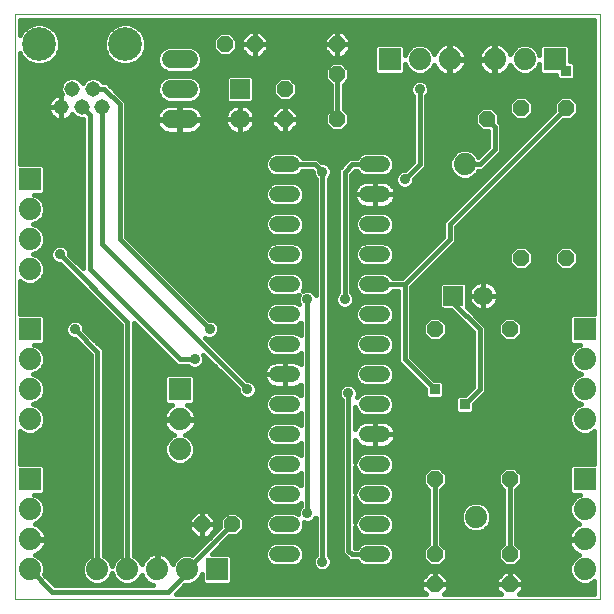
<source format=gbl>
G75*
G70*
%OFA0B0*%
%FSLAX24Y24*%
%IPPOS*%
%LPD*%
%AMOC8*
5,1,8,0,0,1.08239X$1,22.5*
%
%ADD10C,0.0000*%
%ADD11C,0.0520*%
%ADD12R,0.0650X0.0650*%
%ADD13C,0.0650*%
%ADD14OC8,0.0520*%
%ADD15R,0.0740X0.0740*%
%ADD16C,0.0740*%
%ADD17C,0.0515*%
%ADD18C,0.1122*%
%ADD19C,0.0600*%
%ADD20C,0.0356*%
%ADD21C,0.0160*%
%ADD22R,0.0356X0.0356*%
D10*
X000181Y000181D02*
X000181Y019681D01*
X019681Y019681D01*
X019681Y000181D01*
X000181Y000181D01*
D11*
X008921Y001681D02*
X009441Y001681D01*
X009441Y002681D02*
X008921Y002681D01*
X008921Y003681D02*
X009441Y003681D01*
X009441Y004681D02*
X008921Y004681D01*
X008921Y005681D02*
X009441Y005681D01*
X009441Y006681D02*
X008921Y006681D01*
X008921Y007681D02*
X009441Y007681D01*
X009441Y008681D02*
X008921Y008681D01*
X008921Y009681D02*
X009441Y009681D01*
X009441Y010681D02*
X008921Y010681D01*
X008921Y011681D02*
X009441Y011681D01*
X009441Y012681D02*
X008921Y012681D01*
X008921Y013681D02*
X009441Y013681D01*
X009441Y014681D02*
X008921Y014681D01*
X011921Y014681D02*
X012441Y014681D01*
X012441Y013681D02*
X011921Y013681D01*
X011921Y012681D02*
X012441Y012681D01*
X012441Y011681D02*
X011921Y011681D01*
X011921Y010681D02*
X012441Y010681D01*
X012441Y009681D02*
X011921Y009681D01*
X011921Y008681D02*
X012441Y008681D01*
X012441Y007681D02*
X011921Y007681D01*
X011921Y006681D02*
X012441Y006681D01*
X012441Y005681D02*
X011921Y005681D01*
X011921Y004681D02*
X012441Y004681D01*
X012441Y003681D02*
X011921Y003681D01*
X011921Y002681D02*
X012441Y002681D01*
X012441Y001681D02*
X011921Y001681D01*
D12*
X014806Y010306D03*
X007681Y017181D03*
D13*
X007681Y016181D03*
X015806Y010306D03*
D14*
X016681Y009181D03*
X017056Y011556D03*
X018556Y011556D03*
X014181Y009181D03*
X014181Y004181D03*
X014181Y001681D03*
X014181Y000681D03*
X016681Y000681D03*
X016681Y001681D03*
X016681Y004181D03*
X007431Y002681D03*
X006431Y002681D03*
X009181Y016181D03*
X009181Y017181D03*
X008181Y018681D03*
X007181Y018681D03*
X010931Y018681D03*
X010931Y017681D03*
X010931Y016181D03*
X015931Y016181D03*
X017056Y016556D03*
X018556Y016556D03*
D15*
X018181Y018181D03*
X012681Y018181D03*
X019181Y009181D03*
X019181Y004181D03*
X006931Y001181D03*
X005681Y007181D03*
X000681Y009181D03*
X000681Y014181D03*
X000681Y004181D03*
D16*
X000681Y003181D03*
X000681Y002181D03*
X000681Y001181D03*
X002931Y001181D03*
X003931Y001181D03*
X004931Y001181D03*
X005931Y001181D03*
X005681Y005181D03*
X005681Y006181D03*
X000681Y006181D03*
X000681Y007181D03*
X000681Y008181D03*
X000681Y011181D03*
X000681Y012181D03*
X000681Y013181D03*
X013681Y018181D03*
X014681Y018181D03*
X016181Y018181D03*
X017181Y018181D03*
X015181Y014681D03*
X019181Y008181D03*
X019181Y007181D03*
X019181Y006181D03*
X019181Y003181D03*
X019181Y002181D03*
X019181Y001181D03*
X015556Y002931D03*
D17*
X003101Y016581D03*
X002431Y016581D03*
X002101Y017201D03*
X001731Y016581D03*
X002791Y017201D03*
D18*
X003868Y018681D03*
X000994Y018681D03*
D19*
X005381Y018181D02*
X005981Y018181D01*
X005981Y017181D02*
X005381Y017181D01*
X005381Y016181D02*
X005981Y016181D01*
D20*
X010431Y014431D03*
X013181Y014181D03*
X013681Y017181D03*
X011181Y010181D03*
X009931Y010181D03*
X007931Y007181D03*
X006181Y008181D03*
X006681Y009181D03*
X002181Y009181D03*
X001681Y011681D03*
X009931Y003056D03*
X010431Y001431D03*
X011306Y007056D03*
D21*
X011306Y001806D01*
X011431Y001681D01*
X012181Y001681D01*
X011842Y001281D02*
X012521Y001281D01*
X012668Y001342D01*
X012780Y001455D01*
X012841Y001602D01*
X012841Y001761D01*
X012780Y001908D01*
X012668Y002020D01*
X012521Y002081D01*
X011842Y002081D01*
X011695Y002020D01*
X011582Y001908D01*
X011580Y001901D01*
X011526Y001901D01*
X011526Y002590D01*
X011582Y002455D01*
X011695Y002342D01*
X011842Y002281D01*
X012521Y002281D01*
X012668Y002342D01*
X012780Y002455D01*
X012841Y002602D01*
X012841Y002761D01*
X012780Y002908D01*
X012668Y003020D01*
X012521Y003081D01*
X011842Y003081D01*
X011695Y003020D01*
X011582Y002908D01*
X011526Y002773D01*
X011526Y003590D01*
X011582Y003455D01*
X011695Y003342D01*
X011842Y003281D01*
X012521Y003281D01*
X012668Y003342D01*
X012780Y003455D01*
X012841Y003602D01*
X012841Y003761D01*
X012780Y003908D01*
X012668Y004020D01*
X012521Y004081D01*
X011842Y004081D01*
X011695Y004020D01*
X011582Y003908D01*
X011526Y003773D01*
X011526Y004590D01*
X011582Y004455D01*
X011695Y004342D01*
X011842Y004281D01*
X012521Y004281D01*
X012668Y004342D01*
X012780Y004455D01*
X012841Y004602D01*
X012841Y004761D01*
X012780Y004908D01*
X012668Y005020D01*
X012521Y005081D01*
X011842Y005081D01*
X011695Y005020D01*
X011582Y004908D01*
X011526Y004773D01*
X011526Y005488D01*
X011545Y005451D01*
X011586Y005395D01*
X011635Y005346D01*
X011691Y005305D01*
X011752Y005274D01*
X011818Y005252D01*
X011887Y005241D01*
X012181Y005241D01*
X012181Y005681D01*
X012182Y005681D01*
X012182Y005682D01*
X012181Y005682D01*
X012181Y006121D01*
X011887Y006121D01*
X011818Y006111D01*
X011752Y006089D01*
X011691Y006058D01*
X011635Y006017D01*
X011586Y005968D01*
X011545Y005912D01*
X011526Y005875D01*
X011526Y006590D01*
X011582Y006455D01*
X011695Y006342D01*
X011842Y006281D01*
X012521Y006281D01*
X012668Y006342D01*
X012780Y006455D01*
X012841Y006602D01*
X012841Y006761D01*
X012780Y006908D01*
X012668Y007020D01*
X012521Y007081D01*
X011842Y007081D01*
X011695Y007020D01*
X011594Y006920D01*
X011624Y006993D01*
X011624Y007120D01*
X011576Y007237D01*
X011487Y007326D01*
X011370Y007374D01*
X011243Y007374D01*
X011126Y007326D01*
X011037Y007237D01*
X010988Y007120D01*
X010988Y006993D01*
X011037Y006876D01*
X011086Y006827D01*
X011086Y001898D01*
X011086Y001715D01*
X011211Y001590D01*
X011340Y001461D01*
X011580Y001461D01*
X011582Y001455D01*
X011695Y001342D01*
X011842Y001281D01*
X011818Y001291D02*
X010718Y001291D01*
X010701Y001251D02*
X010749Y001368D01*
X010749Y001495D01*
X010701Y001612D01*
X010651Y001661D01*
X010651Y014202D01*
X010701Y014251D01*
X010749Y014368D01*
X010749Y014495D01*
X010701Y014612D01*
X010612Y014701D01*
X010495Y014749D01*
X010424Y014749D01*
X010401Y014772D01*
X010401Y014773D01*
X010273Y014901D01*
X009783Y014901D01*
X009780Y014908D01*
X009668Y015020D01*
X009521Y015081D01*
X008842Y015081D01*
X008695Y015020D01*
X008582Y014908D01*
X008521Y014761D01*
X008521Y014602D01*
X008582Y014455D01*
X008695Y014342D01*
X008842Y014281D01*
X009521Y014281D01*
X009668Y014342D01*
X009780Y014455D01*
X009783Y014461D01*
X010090Y014461D01*
X010113Y014438D01*
X010113Y014368D01*
X010162Y014251D01*
X010211Y014202D01*
X010211Y010336D01*
X010201Y010362D01*
X010112Y010451D01*
X009995Y010499D01*
X009868Y010499D01*
X009785Y010465D01*
X009841Y010602D01*
X009841Y010761D01*
X009780Y010908D01*
X009668Y011020D01*
X009521Y011081D01*
X008842Y011081D01*
X008695Y011020D01*
X008582Y010908D01*
X008521Y010761D01*
X008521Y010602D01*
X008582Y010455D01*
X008695Y010342D01*
X008842Y010281D01*
X009521Y010281D01*
X009651Y010335D01*
X009613Y010245D01*
X009613Y010118D01*
X009651Y010028D01*
X009521Y010081D01*
X008842Y010081D01*
X008695Y010020D01*
X008582Y009908D01*
X008521Y009761D01*
X008521Y009602D01*
X008582Y009455D01*
X008695Y009342D01*
X008842Y009281D01*
X009521Y009281D01*
X009668Y009342D01*
X009711Y009386D01*
X009711Y008977D01*
X009668Y009020D01*
X009521Y009081D01*
X008842Y009081D01*
X008695Y009020D01*
X008582Y008908D01*
X008521Y008761D01*
X008521Y008602D01*
X008582Y008455D01*
X008695Y008342D01*
X008842Y008281D01*
X009521Y008281D01*
X009668Y008342D01*
X009711Y008386D01*
X009711Y008029D01*
X009672Y008058D01*
X009610Y008089D01*
X009544Y008111D01*
X009476Y008121D01*
X009182Y008121D01*
X009182Y007682D01*
X009181Y007682D01*
X009181Y008121D01*
X008887Y008121D01*
X008818Y008111D01*
X008752Y008089D01*
X008691Y008058D01*
X008635Y008017D01*
X008586Y007968D01*
X008545Y007912D01*
X008514Y007850D01*
X008492Y007784D01*
X008481Y007716D01*
X008481Y007682D01*
X009181Y007682D01*
X009181Y007681D01*
X009182Y007681D01*
X009182Y007241D01*
X009476Y007241D01*
X009544Y007252D01*
X009610Y007274D01*
X009672Y007305D01*
X009711Y007334D01*
X009711Y006977D01*
X009668Y007020D01*
X009521Y007081D01*
X008842Y007081D01*
X008695Y007020D01*
X008582Y006908D01*
X008521Y006761D01*
X008521Y006602D01*
X008582Y006455D01*
X008695Y006342D01*
X008842Y006281D01*
X009521Y006281D01*
X009668Y006342D01*
X009711Y006386D01*
X009711Y005977D01*
X009668Y006020D01*
X009521Y006081D01*
X008842Y006081D01*
X008695Y006020D01*
X008582Y005908D01*
X008521Y005761D01*
X008521Y005602D01*
X008582Y005455D01*
X008695Y005342D01*
X008842Y005281D01*
X009521Y005281D01*
X009668Y005342D01*
X009711Y005386D01*
X009711Y004977D01*
X009668Y005020D01*
X009521Y005081D01*
X008842Y005081D01*
X008695Y005020D01*
X008582Y004908D01*
X008521Y004761D01*
X008521Y004602D01*
X008582Y004455D01*
X008695Y004342D01*
X008842Y004281D01*
X009521Y004281D01*
X009668Y004342D01*
X009711Y004386D01*
X009711Y003977D01*
X009668Y004020D01*
X009521Y004081D01*
X008842Y004081D01*
X008695Y004020D01*
X008582Y003908D01*
X008521Y003761D01*
X008521Y003602D01*
X008582Y003455D01*
X008695Y003342D01*
X008842Y003281D01*
X009521Y003281D01*
X009668Y003342D01*
X009711Y003386D01*
X009711Y003286D01*
X009662Y003237D01*
X009613Y003120D01*
X009613Y003043D01*
X009521Y003081D01*
X008842Y003081D01*
X008695Y003020D01*
X008582Y002908D01*
X008521Y002761D01*
X008521Y002602D01*
X008582Y002455D01*
X008695Y002342D01*
X008842Y002281D01*
X009521Y002281D01*
X009668Y002342D01*
X009780Y002455D01*
X009841Y002602D01*
X009841Y002749D01*
X009868Y002738D01*
X009995Y002738D01*
X010112Y002787D01*
X010201Y002876D01*
X010211Y002901D01*
X010211Y001661D01*
X010162Y001612D01*
X010113Y001495D01*
X010113Y001368D01*
X010162Y001251D01*
X010251Y001162D01*
X010368Y001113D01*
X010495Y001113D01*
X010612Y001162D01*
X010701Y001251D01*
X010541Y001133D02*
X018671Y001133D01*
X018671Y001080D02*
X018749Y000893D01*
X018893Y000749D01*
X019080Y000671D01*
X019283Y000671D01*
X019470Y000749D01*
X019501Y000780D01*
X019501Y000361D01*
X016984Y000361D01*
X017121Y000499D01*
X017121Y000681D01*
X016682Y000681D01*
X016682Y000682D01*
X017121Y000682D01*
X017121Y000864D01*
X016864Y001121D01*
X016682Y001121D01*
X016682Y000682D01*
X016681Y000682D01*
X016681Y001121D01*
X016499Y001121D01*
X016241Y000864D01*
X016241Y000682D01*
X016681Y000682D01*
X016681Y000681D01*
X016241Y000681D01*
X016241Y000499D01*
X016379Y000361D01*
X014484Y000361D01*
X014621Y000499D01*
X014621Y000681D01*
X014182Y000681D01*
X014182Y000682D01*
X014181Y000682D01*
X014181Y001121D01*
X013999Y001121D01*
X013741Y000864D01*
X013741Y000682D01*
X014181Y000682D01*
X014181Y000681D01*
X013741Y000681D01*
X013741Y000499D01*
X013879Y000361D01*
X005547Y000361D01*
X005858Y000671D01*
X006033Y000671D01*
X006220Y000749D01*
X006364Y000893D01*
X006421Y001032D01*
X006421Y000753D01*
X006503Y000671D01*
X007359Y000671D01*
X007441Y000753D01*
X007441Y001609D01*
X007359Y001691D01*
X006752Y001691D01*
X007342Y002281D01*
X007597Y002281D01*
X007831Y002516D01*
X007831Y002847D01*
X007597Y003081D01*
X007266Y003081D01*
X007031Y002847D01*
X007031Y002592D01*
X006102Y001663D01*
X006033Y001691D01*
X005830Y001691D01*
X005643Y001614D01*
X005499Y001470D01*
X005452Y001358D01*
X005441Y001393D01*
X005402Y001470D01*
X005351Y001540D01*
X005290Y001601D01*
X005220Y001652D01*
X005143Y001691D01*
X005060Y001718D01*
X004975Y001731D01*
X004951Y001731D01*
X004951Y001202D01*
X004911Y001202D01*
X004911Y001731D01*
X004888Y001731D01*
X004803Y001718D01*
X004720Y001691D01*
X004643Y001652D01*
X004573Y001601D01*
X004512Y001540D01*
X004461Y001470D01*
X004422Y001393D01*
X004410Y001358D01*
X004364Y001470D01*
X004220Y001614D01*
X004151Y001642D01*
X004151Y009340D01*
X004151Y009400D01*
X005461Y008090D01*
X005590Y007961D01*
X005952Y007961D01*
X006001Y007912D01*
X006118Y007863D01*
X006245Y007863D01*
X006362Y007912D01*
X006451Y008001D01*
X006499Y008118D01*
X006499Y008245D01*
X006459Y008343D01*
X007613Y007188D01*
X007613Y007118D01*
X007662Y007001D01*
X007751Y006912D01*
X007868Y006863D01*
X007995Y006863D01*
X008112Y006912D01*
X008201Y007001D01*
X008249Y007118D01*
X008249Y007245D01*
X008201Y007362D01*
X008112Y007451D01*
X007995Y007499D01*
X007924Y007499D01*
X006520Y008904D01*
X006618Y008863D01*
X006745Y008863D01*
X006862Y008912D01*
X006951Y009001D01*
X006999Y009118D01*
X006999Y009245D01*
X006951Y009362D01*
X006862Y009451D01*
X006745Y009499D01*
X006674Y009499D01*
X003901Y012273D01*
X003901Y016773D01*
X003773Y016901D01*
X003253Y017421D01*
X003130Y017421D01*
X003128Y017427D01*
X003017Y017538D01*
X002870Y017599D01*
X002712Y017599D01*
X002566Y017538D01*
X002454Y017427D01*
X002446Y017407D01*
X002438Y017427D01*
X002327Y017538D01*
X002180Y017599D01*
X002022Y017599D01*
X001876Y017538D01*
X001764Y017427D01*
X001704Y017280D01*
X001704Y017122D01*
X001747Y017019D01*
X001732Y017019D01*
X001732Y016582D01*
X001731Y016582D01*
X001731Y017019D01*
X001697Y017019D01*
X001629Y017008D01*
X001563Y016987D01*
X001502Y016956D01*
X001446Y016915D01*
X001398Y016866D01*
X001357Y016811D01*
X001326Y016749D01*
X001305Y016684D01*
X001294Y016616D01*
X001294Y016582D01*
X001731Y016582D01*
X001731Y016581D01*
X001732Y016581D01*
X001732Y016144D01*
X001766Y016144D01*
X001834Y016155D01*
X001899Y016176D01*
X001961Y016207D01*
X002016Y016248D01*
X002065Y016296D01*
X002103Y016348D01*
X002206Y016244D01*
X002352Y016184D01*
X002461Y016184D01*
X002461Y011273D01*
X002461Y011212D01*
X001999Y011674D01*
X001999Y011745D01*
X001951Y011862D01*
X001862Y011951D01*
X001745Y011999D01*
X001618Y011999D01*
X001501Y011951D01*
X001412Y011862D01*
X001363Y011745D01*
X001363Y011618D01*
X001412Y011501D01*
X001501Y011412D01*
X001618Y011363D01*
X001688Y011363D01*
X003711Y009340D01*
X003711Y001642D01*
X003643Y001614D01*
X003499Y001470D01*
X003431Y001307D01*
X003364Y001470D01*
X003220Y001614D01*
X003151Y001642D01*
X003151Y008340D01*
X003151Y008523D01*
X002499Y009174D01*
X002499Y009245D01*
X002451Y009362D01*
X002362Y009451D01*
X002245Y009499D01*
X002118Y009499D01*
X002001Y009451D01*
X001912Y009362D01*
X001863Y009245D01*
X001863Y009118D01*
X001912Y009001D01*
X002001Y008912D01*
X002118Y008863D01*
X002188Y008863D01*
X002711Y008340D01*
X002711Y001642D01*
X002643Y001614D01*
X002499Y001470D01*
X002421Y001283D01*
X002421Y001080D01*
X002499Y000893D01*
X002643Y000749D01*
X002830Y000671D01*
X003033Y000671D01*
X003220Y000749D01*
X003364Y000893D01*
X003431Y001056D01*
X003499Y000893D01*
X003643Y000749D01*
X003830Y000671D01*
X004033Y000671D01*
X004220Y000749D01*
X004364Y000893D01*
X004410Y001005D01*
X004422Y000970D01*
X004461Y000893D01*
X004512Y000823D01*
X004573Y000762D01*
X004643Y000711D01*
X004720Y000672D01*
X004783Y000651D01*
X001523Y000651D01*
X001163Y001011D01*
X001191Y001080D01*
X001191Y001283D01*
X001114Y001470D01*
X000970Y001614D01*
X000858Y001660D01*
X000893Y001672D01*
X000970Y001711D01*
X001040Y001762D01*
X001101Y001823D01*
X001152Y001893D01*
X001191Y001970D01*
X001218Y002053D01*
X001231Y002138D01*
X001231Y002161D01*
X000702Y002161D01*
X000702Y002201D01*
X001231Y002201D01*
X001231Y002225D01*
X001218Y002310D01*
X001191Y002393D01*
X001152Y002470D01*
X001101Y002540D01*
X001040Y002601D01*
X000970Y002652D01*
X000893Y002691D01*
X000858Y002702D01*
X000970Y002749D01*
X001114Y002893D01*
X001191Y003080D01*
X001191Y003283D01*
X001114Y003470D01*
X000970Y003614D01*
X000831Y003671D01*
X001109Y003671D01*
X001191Y003753D01*
X001191Y004609D01*
X001109Y004691D01*
X000361Y004691D01*
X000361Y005780D01*
X000393Y005749D01*
X000580Y005671D01*
X000783Y005671D01*
X000970Y005749D01*
X001114Y005893D01*
X001191Y006080D01*
X001191Y006283D01*
X001114Y006470D01*
X000970Y006614D01*
X000807Y006681D01*
X000970Y006749D01*
X001114Y006893D01*
X001191Y007080D01*
X001191Y007283D01*
X001114Y007470D01*
X000970Y007614D01*
X000807Y007681D01*
X000970Y007749D01*
X001114Y007893D01*
X001191Y008080D01*
X001191Y008283D01*
X001114Y008470D01*
X000970Y008614D01*
X000831Y008671D01*
X001109Y008671D01*
X001191Y008753D01*
X001191Y009609D01*
X001109Y009691D01*
X000361Y009691D01*
X000361Y010780D01*
X000393Y010749D01*
X000580Y010671D01*
X000783Y010671D01*
X000970Y010749D01*
X001114Y010893D01*
X001191Y011080D01*
X001191Y011283D01*
X001114Y011470D01*
X000970Y011614D01*
X000807Y011681D01*
X000970Y011749D01*
X001114Y011893D01*
X001191Y012080D01*
X001191Y012283D01*
X001114Y012470D01*
X000970Y012614D01*
X000807Y012681D01*
X000970Y012749D01*
X001114Y012893D01*
X001191Y013080D01*
X001191Y013283D01*
X001114Y013470D01*
X000970Y013614D01*
X000831Y013671D01*
X001109Y013671D01*
X001191Y013753D01*
X001191Y014609D01*
X002461Y014609D01*
X002461Y014767D02*
X000361Y014767D01*
X000361Y014691D02*
X000361Y018378D01*
X000400Y018284D01*
X000597Y018087D01*
X000855Y017980D01*
X001134Y017980D01*
X001391Y018087D01*
X001589Y018284D01*
X001695Y018542D01*
X001695Y018821D01*
X001589Y019079D01*
X001391Y019276D01*
X001134Y019382D01*
X000855Y019382D01*
X000597Y019276D01*
X000400Y019079D01*
X000361Y018985D01*
X000361Y019501D01*
X019501Y019501D01*
X019501Y009691D01*
X018753Y009691D01*
X018671Y009609D01*
X018671Y008753D01*
X018753Y008671D01*
X019032Y008671D01*
X018893Y008614D01*
X018749Y008470D01*
X018671Y008283D01*
X018671Y008080D01*
X018749Y007893D01*
X018893Y007749D01*
X019056Y007681D01*
X018893Y007614D01*
X018749Y007470D01*
X018671Y007283D01*
X018671Y007080D01*
X018749Y006893D01*
X018893Y006749D01*
X019056Y006681D01*
X018893Y006614D01*
X018749Y006470D01*
X018671Y006283D01*
X018671Y006080D01*
X018749Y005893D01*
X018893Y005749D01*
X019080Y005671D01*
X019283Y005671D01*
X019470Y005749D01*
X019501Y005780D01*
X019501Y004691D01*
X018753Y004691D01*
X018671Y004609D01*
X018671Y003753D01*
X018753Y003671D01*
X019032Y003671D01*
X018893Y003614D01*
X018749Y003470D01*
X018671Y003283D01*
X018671Y003080D01*
X018749Y002893D01*
X018893Y002749D01*
X019005Y002702D01*
X018970Y002691D01*
X018893Y002652D01*
X018823Y002601D01*
X018762Y002540D01*
X018711Y002470D01*
X018672Y002393D01*
X018645Y002310D01*
X018631Y002225D01*
X018631Y002201D01*
X019161Y002201D01*
X019161Y002161D01*
X018631Y002161D01*
X018631Y002138D01*
X018645Y002053D01*
X018672Y001970D01*
X018711Y001893D01*
X018762Y001823D01*
X018823Y001762D01*
X018893Y001711D01*
X018970Y001672D01*
X019005Y001660D01*
X018893Y001614D01*
X018749Y001470D01*
X018671Y001283D01*
X018671Y001080D01*
X018715Y000974D02*
X017011Y000974D01*
X017121Y000816D02*
X018826Y000816D01*
X018675Y001291D02*
X016857Y001291D01*
X016847Y001281D02*
X017081Y001516D01*
X017081Y001847D01*
X016901Y002027D01*
X016901Y003836D01*
X017081Y004016D01*
X017081Y004347D01*
X016847Y004581D01*
X016516Y004581D01*
X016281Y004347D01*
X016281Y004016D01*
X016461Y003836D01*
X016461Y002027D01*
X016281Y001847D01*
X016281Y001516D01*
X016516Y001281D01*
X016847Y001281D01*
X017015Y001450D02*
X018741Y001450D01*
X018887Y001608D02*
X017081Y001608D01*
X017081Y001767D02*
X018818Y001767D01*
X018695Y001925D02*
X017003Y001925D01*
X016901Y002084D02*
X018640Y002084D01*
X018634Y002242D02*
X016901Y002242D01*
X016901Y002401D02*
X018676Y002401D01*
X018782Y002560D02*
X016901Y002560D01*
X016901Y002718D02*
X018967Y002718D01*
X018765Y002877D02*
X016901Y002877D01*
X016901Y003035D02*
X018690Y003035D01*
X018671Y003194D02*
X016901Y003194D01*
X016901Y003352D02*
X018700Y003352D01*
X018790Y003511D02*
X016901Y003511D01*
X016901Y003669D02*
X019027Y003669D01*
X018671Y003828D02*
X016901Y003828D01*
X017052Y003986D02*
X018671Y003986D01*
X018671Y004145D02*
X017081Y004145D01*
X017081Y004304D02*
X018671Y004304D01*
X018671Y004462D02*
X016966Y004462D01*
X016681Y004181D02*
X016681Y001681D01*
X016360Y001925D02*
X014503Y001925D01*
X014581Y001847D02*
X014401Y002027D01*
X014401Y003836D01*
X014581Y004016D01*
X014581Y004347D01*
X014347Y004581D01*
X014016Y004581D01*
X013781Y004347D01*
X013781Y004016D01*
X013961Y003836D01*
X013961Y002027D01*
X013781Y001847D01*
X013781Y001516D01*
X014016Y001281D01*
X014347Y001281D01*
X014581Y001516D01*
X014581Y001847D01*
X014581Y001767D02*
X016281Y001767D01*
X016281Y001608D02*
X014581Y001608D01*
X014515Y001450D02*
X016347Y001450D01*
X016506Y001291D02*
X014357Y001291D01*
X014364Y001121D02*
X014182Y001121D01*
X014182Y000682D01*
X014621Y000682D01*
X014621Y000864D01*
X014364Y001121D01*
X014511Y000974D02*
X016352Y000974D01*
X016241Y000816D02*
X014621Y000816D01*
X014621Y000657D02*
X016241Y000657D01*
X016242Y000499D02*
X014621Y000499D01*
X014182Y000816D02*
X014181Y000816D01*
X014181Y000974D02*
X014182Y000974D01*
X013852Y000974D02*
X007441Y000974D01*
X007441Y000816D02*
X013741Y000816D01*
X013741Y000657D02*
X005843Y000657D01*
X005685Y000499D02*
X013742Y000499D01*
X014006Y001291D02*
X012545Y001291D01*
X012775Y001450D02*
X013847Y001450D01*
X013781Y001608D02*
X012841Y001608D01*
X012839Y001767D02*
X013781Y001767D01*
X013860Y001925D02*
X012763Y001925D01*
X012727Y002401D02*
X013961Y002401D01*
X013961Y002242D02*
X011526Y002242D01*
X011526Y002084D02*
X013961Y002084D01*
X014401Y002084D02*
X016461Y002084D01*
X016461Y002242D02*
X014401Y002242D01*
X014401Y002401D02*
X016461Y002401D01*
X016461Y002560D02*
X015906Y002560D01*
X015845Y002499D02*
X015989Y002643D01*
X016066Y002830D01*
X016066Y003033D01*
X015989Y003220D01*
X015845Y003364D01*
X015658Y003441D01*
X015455Y003441D01*
X015268Y003364D01*
X015124Y003220D01*
X015046Y003033D01*
X015046Y002830D01*
X015124Y002643D01*
X015268Y002499D01*
X015455Y002421D01*
X015658Y002421D01*
X015845Y002499D01*
X016020Y002718D02*
X016461Y002718D01*
X016461Y002877D02*
X016066Y002877D01*
X016065Y003035D02*
X016461Y003035D01*
X016461Y003194D02*
X016000Y003194D01*
X015857Y003352D02*
X016461Y003352D01*
X016461Y003511D02*
X014401Y003511D01*
X014401Y003669D02*
X016461Y003669D01*
X016461Y003828D02*
X014401Y003828D01*
X014552Y003986D02*
X016311Y003986D01*
X016281Y004145D02*
X014581Y004145D01*
X014581Y004304D02*
X016281Y004304D01*
X016396Y004462D02*
X014466Y004462D01*
X014181Y004181D02*
X014181Y001681D01*
X013961Y002560D02*
X012824Y002560D01*
X012841Y002718D02*
X013961Y002718D01*
X013961Y002877D02*
X012793Y002877D01*
X012632Y003035D02*
X013961Y003035D01*
X013961Y003194D02*
X011526Y003194D01*
X011526Y003352D02*
X011685Y003352D01*
X011559Y003511D02*
X011526Y003511D01*
X011526Y003828D02*
X011549Y003828D01*
X011526Y003986D02*
X011661Y003986D01*
X011526Y004145D02*
X013781Y004145D01*
X013781Y004304D02*
X012574Y004304D01*
X012783Y004462D02*
X013896Y004462D01*
X013811Y003986D02*
X012702Y003986D01*
X012814Y003828D02*
X013961Y003828D01*
X013961Y003669D02*
X012841Y003669D01*
X012804Y003511D02*
X013961Y003511D01*
X013961Y003352D02*
X012678Y003352D01*
X011730Y003035D02*
X011526Y003035D01*
X011526Y002877D02*
X011569Y002877D01*
X011539Y002560D02*
X011526Y002560D01*
X011526Y002401D02*
X011636Y002401D01*
X011600Y001925D02*
X011526Y001925D01*
X011193Y001608D02*
X010702Y001608D01*
X010749Y001450D02*
X011587Y001450D01*
X011086Y001767D02*
X010651Y001767D01*
X010651Y001925D02*
X011086Y001925D01*
X011086Y002084D02*
X010651Y002084D01*
X010651Y002242D02*
X011086Y002242D01*
X011086Y002401D02*
X010651Y002401D01*
X010651Y002560D02*
X011086Y002560D01*
X011086Y002718D02*
X010651Y002718D01*
X010651Y002877D02*
X011086Y002877D01*
X011086Y003035D02*
X010651Y003035D01*
X010651Y003194D02*
X011086Y003194D01*
X011086Y003352D02*
X010651Y003352D01*
X010651Y003511D02*
X011086Y003511D01*
X011086Y003669D02*
X010651Y003669D01*
X010651Y003828D02*
X011086Y003828D01*
X011086Y003986D02*
X010651Y003986D01*
X010651Y004145D02*
X011086Y004145D01*
X011086Y004304D02*
X010651Y004304D01*
X010651Y004462D02*
X011086Y004462D01*
X011086Y004621D02*
X010651Y004621D01*
X010651Y004779D02*
X011086Y004779D01*
X011086Y004938D02*
X010651Y004938D01*
X010651Y005096D02*
X011086Y005096D01*
X011086Y005255D02*
X010651Y005255D01*
X010651Y005413D02*
X011086Y005413D01*
X011086Y005572D02*
X010651Y005572D01*
X010651Y005730D02*
X011086Y005730D01*
X011086Y005889D02*
X010651Y005889D01*
X010651Y006048D02*
X011086Y006048D01*
X011086Y006206D02*
X010651Y006206D01*
X010651Y006365D02*
X011086Y006365D01*
X011086Y006523D02*
X010651Y006523D01*
X010651Y006682D02*
X011086Y006682D01*
X011073Y006840D02*
X010651Y006840D01*
X010651Y006999D02*
X010988Y006999D01*
X011004Y007157D02*
X010651Y007157D01*
X010651Y007316D02*
X011116Y007316D01*
X011497Y007316D02*
X011759Y007316D01*
X011695Y007342D02*
X011842Y007281D01*
X012521Y007281D01*
X012668Y007342D01*
X012780Y007455D01*
X012841Y007602D01*
X012841Y007761D01*
X012780Y007908D01*
X012668Y008020D01*
X012521Y008081D01*
X011842Y008081D01*
X011695Y008020D01*
X011582Y007908D01*
X011521Y007761D01*
X011521Y007602D01*
X011582Y007455D01*
X011695Y007342D01*
X011574Y007474D02*
X010651Y007474D01*
X010651Y007633D02*
X011521Y007633D01*
X011534Y007791D02*
X010651Y007791D01*
X010651Y007950D02*
X011624Y007950D01*
X011842Y008281D02*
X012521Y008281D01*
X012668Y008342D01*
X012780Y008455D01*
X012841Y008602D01*
X012841Y008761D01*
X012780Y008908D01*
X012668Y009020D01*
X012521Y009081D01*
X011842Y009081D01*
X011695Y009020D01*
X011582Y008908D01*
X011521Y008761D01*
X011521Y008602D01*
X011582Y008455D01*
X011695Y008342D01*
X011842Y008281D01*
X011611Y008426D02*
X010651Y008426D01*
X010651Y008584D02*
X011529Y008584D01*
X011521Y008743D02*
X010651Y008743D01*
X010651Y008901D02*
X011580Y008901D01*
X011790Y009060D02*
X010651Y009060D01*
X010651Y009218D02*
X012961Y009218D01*
X012961Y009060D02*
X012573Y009060D01*
X012521Y009281D02*
X012668Y009342D01*
X012780Y009455D01*
X012841Y009602D01*
X012841Y009761D01*
X012780Y009908D01*
X012668Y010020D01*
X012521Y010081D01*
X011842Y010081D01*
X011695Y010020D01*
X011582Y009908D01*
X011521Y009761D01*
X011521Y009602D01*
X011582Y009455D01*
X011695Y009342D01*
X011842Y009281D01*
X012521Y009281D01*
X012703Y009377D02*
X012961Y009377D01*
X012961Y009535D02*
X012814Y009535D01*
X012841Y009694D02*
X012961Y009694D01*
X012961Y009853D02*
X012803Y009853D01*
X012677Y010011D02*
X012961Y010011D01*
X012961Y010170D02*
X011499Y010170D01*
X011499Y010118D02*
X011499Y010245D01*
X011451Y010362D01*
X011401Y010411D01*
X011401Y014340D01*
X011523Y014461D01*
X011580Y014461D01*
X011582Y014455D01*
X011695Y014342D01*
X011842Y014281D01*
X012521Y014281D01*
X012668Y014342D01*
X012780Y014455D01*
X012841Y014602D01*
X012841Y014761D01*
X012780Y014908D01*
X012668Y015020D01*
X012521Y015081D01*
X011842Y015081D01*
X011695Y015020D01*
X011582Y014908D01*
X011580Y014901D01*
X011523Y014901D01*
X011340Y014901D01*
X011090Y014651D01*
X010961Y014523D01*
X010961Y010411D01*
X010912Y010362D01*
X010863Y010245D01*
X010863Y010118D01*
X010912Y010001D01*
X011001Y009912D01*
X011118Y009863D01*
X011245Y009863D01*
X011362Y009912D01*
X011451Y010001D01*
X011499Y010118D01*
X011455Y010011D02*
X011685Y010011D01*
X011559Y009853D02*
X010651Y009853D01*
X010651Y010011D02*
X010908Y010011D01*
X010863Y010170D02*
X010651Y010170D01*
X010651Y010328D02*
X010898Y010328D01*
X010961Y010487D02*
X010651Y010487D01*
X010651Y010645D02*
X010961Y010645D01*
X010961Y010804D02*
X010651Y010804D01*
X010651Y010962D02*
X010961Y010962D01*
X010961Y011121D02*
X010651Y011121D01*
X010651Y011279D02*
X010961Y011279D01*
X010961Y011438D02*
X010651Y011438D01*
X010651Y011597D02*
X010961Y011597D01*
X010961Y011755D02*
X010651Y011755D01*
X010651Y011914D02*
X010961Y011914D01*
X010961Y012072D02*
X010651Y012072D01*
X010651Y012231D02*
X010961Y012231D01*
X010961Y012389D02*
X010651Y012389D01*
X010651Y012548D02*
X010961Y012548D01*
X010961Y012706D02*
X010651Y012706D01*
X010651Y012865D02*
X010961Y012865D01*
X010961Y013023D02*
X010651Y013023D01*
X010651Y013182D02*
X010961Y013182D01*
X010961Y013341D02*
X010651Y013341D01*
X010651Y013499D02*
X010961Y013499D01*
X010961Y013658D02*
X010651Y013658D01*
X010651Y013816D02*
X010961Y013816D01*
X010961Y013975D02*
X010651Y013975D01*
X010651Y014133D02*
X010961Y014133D01*
X010961Y014292D02*
X010718Y014292D01*
X010749Y014450D02*
X010961Y014450D01*
X011048Y014609D02*
X010702Y014609D01*
X010431Y014431D02*
X010181Y014681D01*
X009181Y014681D01*
X008817Y014292D02*
X003901Y014292D01*
X003901Y014450D02*
X008587Y014450D01*
X008521Y014609D02*
X003901Y014609D01*
X003901Y014767D02*
X008524Y014767D01*
X008600Y014926D02*
X003901Y014926D01*
X003901Y015084D02*
X013461Y015084D01*
X013461Y014926D02*
X012763Y014926D01*
X012839Y014767D02*
X013456Y014767D01*
X013461Y014773D02*
X013188Y014499D01*
X013118Y014499D01*
X013001Y014451D01*
X012912Y014362D01*
X012863Y014245D01*
X012863Y014118D01*
X012912Y014001D01*
X013001Y013912D01*
X013118Y013863D01*
X013245Y013863D01*
X013362Y013912D01*
X013451Y014001D01*
X013499Y014118D01*
X013499Y014188D01*
X013773Y014461D01*
X013901Y014590D01*
X013901Y016952D01*
X013951Y017001D01*
X013999Y017118D01*
X013999Y017245D01*
X013951Y017362D01*
X013862Y017451D01*
X013745Y017499D01*
X013618Y017499D01*
X013501Y017451D01*
X013412Y017362D01*
X013363Y017245D01*
X013363Y017118D01*
X013412Y017001D01*
X013461Y016952D01*
X013461Y014773D01*
X013298Y014609D02*
X012841Y014609D01*
X012776Y014450D02*
X013000Y014450D01*
X012883Y014292D02*
X012546Y014292D01*
X012544Y014111D02*
X012476Y014121D01*
X012182Y014121D01*
X012182Y013682D01*
X012181Y013682D01*
X012181Y014121D01*
X011887Y014121D01*
X011818Y014111D01*
X011752Y014089D01*
X011691Y014058D01*
X011635Y014017D01*
X011586Y013968D01*
X011545Y013912D01*
X011514Y013850D01*
X011492Y013784D01*
X011481Y013716D01*
X011481Y013682D01*
X012181Y013682D01*
X012181Y013681D01*
X012182Y013681D01*
X012182Y013682D01*
X012881Y013682D01*
X012881Y013716D01*
X012871Y013784D01*
X012849Y013850D01*
X012818Y013912D01*
X012777Y013968D01*
X012728Y014017D01*
X012672Y014058D01*
X012610Y014089D01*
X012544Y014111D01*
X012770Y013975D02*
X012938Y013975D01*
X012863Y014133D02*
X011401Y014133D01*
X011401Y013975D02*
X011592Y013975D01*
X011503Y013816D02*
X011401Y013816D01*
X011481Y013681D02*
X011481Y013647D01*
X011492Y013578D01*
X011514Y013512D01*
X011545Y013451D01*
X011586Y013395D01*
X011635Y013346D01*
X011691Y013305D01*
X011752Y013274D01*
X011818Y013252D01*
X011887Y013241D01*
X012181Y013241D01*
X012181Y013681D01*
X011481Y013681D01*
X011481Y013658D02*
X011401Y013658D01*
X011401Y013499D02*
X011520Y013499D01*
X011401Y013341D02*
X011642Y013341D01*
X011401Y013182D02*
X014871Y013182D01*
X015029Y013341D02*
X012721Y013341D01*
X012728Y013346D02*
X012777Y013395D01*
X012818Y013451D01*
X012849Y013512D01*
X012871Y013578D01*
X012881Y013647D01*
X012881Y013681D01*
X012182Y013681D01*
X012182Y013241D01*
X012476Y013241D01*
X012544Y013252D01*
X012610Y013274D01*
X012672Y013305D01*
X012728Y013346D01*
X012842Y013499D02*
X015188Y013499D01*
X015347Y013658D02*
X012881Y013658D01*
X012860Y013816D02*
X015505Y013816D01*
X015664Y013975D02*
X013425Y013975D01*
X013499Y014133D02*
X015822Y014133D01*
X015981Y014292D02*
X015513Y014292D01*
X015470Y014249D02*
X015614Y014393D01*
X015642Y014461D01*
X015773Y014461D01*
X015901Y014590D01*
X016401Y015090D01*
X016401Y015273D01*
X016401Y016023D01*
X016331Y016093D01*
X016331Y016347D01*
X016097Y016581D01*
X015766Y016581D01*
X015531Y016347D01*
X015531Y016016D01*
X015766Y015781D01*
X015961Y015781D01*
X015961Y015273D01*
X015627Y014938D01*
X015614Y014970D01*
X015470Y015114D01*
X015283Y015191D01*
X015080Y015191D01*
X014893Y015114D01*
X014749Y014970D01*
X014671Y014783D01*
X014671Y014580D01*
X014749Y014393D01*
X014893Y014249D01*
X015080Y014171D01*
X015283Y014171D01*
X015470Y014249D01*
X015638Y014450D02*
X016139Y014450D01*
X016298Y014609D02*
X015920Y014609D01*
X016079Y014767D02*
X016456Y014767D01*
X016615Y014926D02*
X016237Y014926D01*
X016396Y015084D02*
X016773Y015084D01*
X016932Y015243D02*
X016401Y015243D01*
X016401Y015402D02*
X017091Y015402D01*
X017249Y015560D02*
X016401Y015560D01*
X016401Y015719D02*
X017408Y015719D01*
X017566Y015877D02*
X016401Y015877D01*
X016388Y016036D02*
X017725Y016036D01*
X017883Y016194D02*
X017260Y016194D01*
X017222Y016156D02*
X017456Y016391D01*
X017456Y016722D01*
X017222Y016956D01*
X016891Y016956D01*
X016656Y016722D01*
X016656Y016391D01*
X016891Y016156D01*
X017222Y016156D01*
X017418Y016353D02*
X018042Y016353D01*
X018156Y016467D02*
X014590Y012901D01*
X014461Y012773D01*
X014461Y012273D01*
X013090Y010901D01*
X012783Y010901D01*
X012780Y010908D01*
X012668Y011020D01*
X012521Y011081D01*
X011842Y011081D01*
X011695Y011020D01*
X011582Y010908D01*
X011521Y010761D01*
X011521Y010602D01*
X011582Y010455D01*
X011695Y010342D01*
X011842Y010281D01*
X012521Y010281D01*
X012668Y010342D01*
X012780Y010455D01*
X012783Y010461D01*
X012961Y010461D01*
X012961Y008090D01*
X013090Y007961D01*
X013863Y007188D01*
X013863Y006945D01*
X013945Y006863D01*
X014418Y006863D01*
X014499Y006945D01*
X014499Y007418D01*
X014418Y007499D01*
X014174Y007499D01*
X013401Y008273D01*
X013401Y010590D01*
X014901Y012090D01*
X014901Y012273D01*
X014901Y012590D01*
X018467Y016156D01*
X018722Y016156D01*
X018956Y016391D01*
X018956Y016722D01*
X018722Y016956D01*
X018391Y016956D01*
X018156Y016722D01*
X018156Y016467D01*
X018156Y016511D02*
X017456Y016511D01*
X017456Y016670D02*
X018156Y016670D01*
X018263Y016828D02*
X017350Y016828D01*
X016763Y016828D02*
X013901Y016828D01*
X013901Y016670D02*
X016656Y016670D01*
X016656Y016511D02*
X016167Y016511D01*
X016326Y016353D02*
X016694Y016353D01*
X016853Y016194D02*
X016331Y016194D01*
X016181Y015931D02*
X016181Y015181D01*
X015681Y014681D01*
X015181Y014681D01*
X014725Y014450D02*
X013761Y014450D01*
X013901Y014609D02*
X014671Y014609D01*
X014671Y014767D02*
X013901Y014767D01*
X013901Y014926D02*
X014731Y014926D01*
X014863Y015084D02*
X013901Y015084D01*
X013901Y015243D02*
X015932Y015243D01*
X015961Y015402D02*
X013901Y015402D01*
X013901Y015560D02*
X015961Y015560D01*
X015961Y015719D02*
X013901Y015719D01*
X013901Y015877D02*
X015670Y015877D01*
X015531Y016036D02*
X013901Y016036D01*
X013901Y016194D02*
X015531Y016194D01*
X015537Y016353D02*
X013901Y016353D01*
X013901Y016511D02*
X015696Y016511D01*
X015931Y016181D02*
X016181Y015931D01*
X015773Y015084D02*
X015500Y015084D01*
X014850Y014292D02*
X013603Y014292D01*
X013681Y014681D02*
X013681Y017181D01*
X013388Y017304D02*
X011151Y017304D01*
X011151Y017336D02*
X011331Y017516D01*
X011331Y017847D01*
X011097Y018081D01*
X010766Y018081D01*
X010531Y017847D01*
X010531Y017516D01*
X010711Y017336D01*
X010711Y016527D01*
X010531Y016347D01*
X010531Y016016D01*
X010766Y015781D01*
X011097Y015781D01*
X011331Y016016D01*
X011331Y016347D01*
X011151Y016527D01*
X011151Y017336D01*
X011278Y017463D02*
X013529Y017463D01*
X013580Y017671D02*
X013393Y017749D01*
X013249Y017893D01*
X013191Y018032D01*
X013191Y017753D01*
X013109Y017671D01*
X012253Y017671D01*
X012171Y017753D01*
X012171Y018609D01*
X012253Y018691D01*
X013109Y018691D01*
X013191Y018609D01*
X013191Y018331D01*
X013249Y018470D01*
X013393Y018614D01*
X013580Y018691D01*
X013783Y018691D01*
X013970Y018614D01*
X014114Y018470D01*
X014160Y018358D01*
X014172Y018393D01*
X014211Y018470D01*
X014262Y018540D01*
X014323Y018601D01*
X014393Y018652D01*
X014470Y018691D01*
X014553Y018718D01*
X014638Y018731D01*
X014661Y018731D01*
X014701Y018731D01*
X014701Y018202D01*
X014661Y018202D01*
X014661Y018731D01*
X014636Y018731D02*
X011371Y018731D01*
X011371Y018682D02*
X011371Y018864D01*
X011114Y019121D01*
X010932Y019121D01*
X010932Y018682D01*
X010931Y018682D01*
X010931Y019121D01*
X010749Y019121D01*
X010491Y018864D01*
X010491Y018682D01*
X010931Y018682D01*
X010931Y018681D01*
X010491Y018681D01*
X010491Y018499D01*
X010749Y018241D01*
X010931Y018241D01*
X010931Y018681D01*
X010932Y018681D01*
X010932Y018682D01*
X011371Y018682D01*
X011371Y018681D02*
X010932Y018681D01*
X010932Y018241D01*
X011114Y018241D01*
X011371Y018499D01*
X011371Y018681D01*
X011371Y018572D02*
X012171Y018572D01*
X012171Y018414D02*
X011286Y018414D01*
X011128Y018255D02*
X012171Y018255D01*
X012171Y018097D02*
X006421Y018097D01*
X006421Y018094D02*
X006421Y018269D01*
X006354Y018431D01*
X006231Y018554D01*
X006069Y018621D01*
X005294Y018621D01*
X005132Y018554D01*
X005008Y018431D01*
X004941Y018269D01*
X004941Y018094D01*
X005008Y017932D01*
X005132Y017808D01*
X005294Y017741D01*
X006069Y017741D01*
X006231Y017808D01*
X006354Y017932D01*
X006421Y018094D01*
X006421Y018255D02*
X007985Y018255D01*
X007999Y018241D02*
X008181Y018241D01*
X008181Y018681D01*
X008182Y018681D01*
X008182Y018682D01*
X008621Y018682D01*
X008621Y018864D01*
X008364Y019121D01*
X008182Y019121D01*
X008182Y018682D01*
X008181Y018682D01*
X008181Y019121D01*
X007999Y019121D01*
X007741Y018864D01*
X007741Y018682D01*
X008181Y018682D01*
X008181Y018681D01*
X007741Y018681D01*
X007741Y018499D01*
X007999Y018241D01*
X008182Y018241D02*
X008364Y018241D01*
X008621Y018499D01*
X008621Y018681D01*
X008182Y018681D01*
X008182Y018241D01*
X008181Y018255D02*
X008182Y018255D01*
X008181Y018414D02*
X008182Y018414D01*
X008181Y018572D02*
X008182Y018572D01*
X008181Y018731D02*
X008182Y018731D01*
X008181Y018890D02*
X008182Y018890D01*
X008181Y019048D02*
X008182Y019048D01*
X008437Y019048D02*
X010676Y019048D01*
X010517Y018890D02*
X008595Y018890D01*
X008621Y018731D02*
X010491Y018731D01*
X010491Y018572D02*
X008621Y018572D01*
X008536Y018414D02*
X010577Y018414D01*
X010735Y018255D02*
X008378Y018255D01*
X007827Y018414D02*
X007480Y018414D01*
X007581Y018516D02*
X007347Y018281D01*
X007016Y018281D01*
X006781Y018516D01*
X006781Y018847D01*
X007016Y019081D01*
X007347Y019081D01*
X007581Y018847D01*
X007581Y018516D01*
X007581Y018572D02*
X007741Y018572D01*
X007741Y018731D02*
X007581Y018731D01*
X007539Y018890D02*
X007767Y018890D01*
X007926Y019048D02*
X007380Y019048D01*
X006982Y019048D02*
X004475Y019048D01*
X004463Y019079D02*
X004266Y019276D01*
X004008Y019382D01*
X003729Y019382D01*
X003471Y019276D01*
X003274Y019079D01*
X003167Y018821D01*
X003167Y018542D01*
X003274Y018284D01*
X003471Y018087D01*
X003729Y017980D01*
X004008Y017980D01*
X004266Y018087D01*
X004463Y018284D01*
X004569Y018542D01*
X004569Y018821D01*
X004463Y019079D01*
X004335Y019207D02*
X019501Y019207D01*
X019501Y019365D02*
X004050Y019365D01*
X003687Y019365D02*
X001176Y019365D01*
X000813Y019365D02*
X000361Y019365D01*
X000361Y019207D02*
X000528Y019207D01*
X000388Y019048D02*
X000361Y019048D01*
X000361Y018255D02*
X000429Y018255D01*
X000361Y018097D02*
X000588Y018097D01*
X000361Y017938D02*
X005006Y017938D01*
X004941Y018097D02*
X004275Y018097D01*
X004434Y018255D02*
X004941Y018255D01*
X005001Y018414D02*
X004516Y018414D01*
X004569Y018572D02*
X005176Y018572D01*
X004569Y018731D02*
X006781Y018731D01*
X006781Y018572D02*
X006187Y018572D01*
X006361Y018414D02*
X006883Y018414D01*
X006357Y017938D02*
X010623Y017938D01*
X010531Y017780D02*
X006161Y017780D01*
X006069Y017621D02*
X007273Y017621D01*
X007298Y017646D02*
X007216Y017564D01*
X007216Y016798D01*
X007298Y016716D01*
X008064Y016716D01*
X008146Y016798D01*
X008146Y017564D01*
X008064Y017646D01*
X007298Y017646D01*
X007216Y017463D02*
X006322Y017463D01*
X006354Y017431D02*
X006231Y017554D01*
X006069Y017621D01*
X005294Y017621D01*
X005132Y017554D01*
X005008Y017431D01*
X004941Y017269D01*
X004941Y017094D01*
X005008Y016932D01*
X005132Y016808D01*
X005294Y016741D01*
X006069Y016741D01*
X006231Y016808D01*
X006354Y016932D01*
X006421Y017094D01*
X006421Y017269D01*
X006354Y017431D01*
X006407Y017304D02*
X007216Y017304D01*
X007216Y017146D02*
X006421Y017146D01*
X006377Y016987D02*
X007216Y016987D01*
X007216Y016828D02*
X006251Y016828D01*
X006166Y016626D02*
X006094Y016650D01*
X006019Y016661D01*
X005701Y016661D01*
X005701Y016202D01*
X005661Y016202D01*
X005661Y016661D01*
X005344Y016661D01*
X005269Y016650D01*
X005197Y016626D01*
X005130Y016592D01*
X005069Y016548D01*
X005015Y016494D01*
X004971Y016433D01*
X004937Y016366D01*
X004913Y016294D01*
X004901Y016219D01*
X004901Y016201D01*
X005661Y016201D01*
X005661Y016161D01*
X005701Y016161D01*
X005701Y015701D01*
X006019Y015701D01*
X006094Y015713D01*
X006166Y015737D01*
X006233Y015771D01*
X006294Y015815D01*
X006348Y015869D01*
X006392Y015930D01*
X006426Y015997D01*
X006450Y016069D01*
X006461Y016144D01*
X006461Y016161D01*
X005702Y016161D01*
X005702Y016201D01*
X006461Y016201D01*
X006461Y016219D01*
X006450Y016294D01*
X006426Y016366D01*
X006392Y016433D01*
X006348Y016494D01*
X006294Y016548D01*
X006233Y016592D01*
X006166Y016626D01*
X006330Y016511D02*
X007297Y016511D01*
X007296Y016510D02*
X007249Y016446D01*
X007213Y016375D01*
X007189Y016300D01*
X007176Y016221D01*
X007176Y016182D01*
X007681Y016182D01*
X007681Y016686D01*
X007642Y016686D01*
X007563Y016674D01*
X007488Y016649D01*
X007417Y016613D01*
X007352Y016567D01*
X007296Y016510D01*
X007206Y016353D02*
X006430Y016353D01*
X006439Y016036D02*
X007198Y016036D01*
X007189Y016063D02*
X007213Y015988D01*
X007249Y015917D01*
X007296Y015852D01*
X007352Y015796D01*
X007417Y015749D01*
X007488Y015713D01*
X007563Y015689D01*
X007642Y015676D01*
X007681Y015676D01*
X007681Y016181D01*
X007176Y016181D01*
X007176Y016142D01*
X007189Y016063D01*
X007176Y016194D02*
X005702Y016194D01*
X005661Y016194D02*
X003901Y016194D01*
X003901Y016036D02*
X004924Y016036D01*
X004913Y016069D02*
X004937Y015997D01*
X004971Y015930D01*
X005015Y015869D01*
X005069Y015815D01*
X005130Y015771D01*
X005197Y015737D01*
X005269Y015713D01*
X005344Y015701D01*
X005661Y015701D01*
X005661Y016161D01*
X004901Y016161D01*
X004901Y016144D01*
X004913Y016069D01*
X005009Y015877D02*
X003901Y015877D01*
X003901Y015719D02*
X005252Y015719D01*
X005661Y015719D02*
X005701Y015719D01*
X005701Y015877D02*
X005661Y015877D01*
X005661Y016036D02*
X005701Y016036D01*
X005701Y016353D02*
X005661Y016353D01*
X005661Y016511D02*
X005701Y016511D01*
X005033Y016511D02*
X003901Y016511D01*
X003901Y016353D02*
X004932Y016353D01*
X005112Y016828D02*
X003845Y016828D01*
X003901Y016670D02*
X007551Y016670D01*
X007681Y016670D02*
X007682Y016670D01*
X007682Y016686D02*
X007682Y016182D01*
X007681Y016182D01*
X007681Y016181D01*
X007682Y016181D01*
X007682Y016182D01*
X008186Y016182D01*
X008186Y016221D01*
X008174Y016300D01*
X008149Y016375D01*
X008113Y016446D01*
X008067Y016510D01*
X008010Y016567D01*
X007946Y016613D01*
X007875Y016649D01*
X007800Y016674D01*
X007721Y016686D01*
X007682Y016686D01*
X007812Y016670D02*
X010711Y016670D01*
X010711Y016828D02*
X009394Y016828D01*
X009347Y016781D02*
X009581Y017016D01*
X009581Y017347D01*
X009347Y017581D01*
X009016Y017581D01*
X008781Y017347D01*
X008781Y017016D01*
X009016Y016781D01*
X009347Y016781D01*
X009364Y016621D02*
X009182Y016621D01*
X009182Y016182D01*
X009181Y016182D01*
X009181Y016621D01*
X008999Y016621D01*
X008741Y016364D01*
X008741Y016182D01*
X009181Y016182D01*
X009181Y016181D01*
X008741Y016181D01*
X008741Y015999D01*
X008999Y015741D01*
X009181Y015741D01*
X009181Y016181D01*
X009182Y016181D01*
X009182Y016182D01*
X009621Y016182D01*
X009621Y016364D01*
X009364Y016621D01*
X009474Y016511D02*
X010696Y016511D01*
X010537Y016353D02*
X009621Y016353D01*
X009621Y016194D02*
X010531Y016194D01*
X010531Y016036D02*
X009621Y016036D01*
X009621Y015999D02*
X009621Y016181D01*
X009182Y016181D01*
X009182Y015741D01*
X009364Y015741D01*
X009621Y015999D01*
X009499Y015877D02*
X010670Y015877D01*
X010931Y016181D02*
X010931Y017681D01*
X011240Y017938D02*
X012171Y017938D01*
X012171Y017780D02*
X011331Y017780D01*
X011331Y017621D02*
X018238Y017621D01*
X018238Y017671D02*
X018238Y017570D01*
X018320Y017488D01*
X018793Y017488D01*
X018874Y017570D01*
X018874Y018043D01*
X018793Y018124D01*
X018691Y018124D01*
X018691Y018609D01*
X018609Y018691D01*
X017753Y018691D01*
X017671Y018609D01*
X017671Y018331D01*
X017614Y018470D01*
X017470Y018614D01*
X017283Y018691D01*
X017080Y018691D01*
X016893Y018614D01*
X016749Y018470D01*
X016702Y018358D01*
X016691Y018393D01*
X016652Y018470D01*
X016601Y018540D01*
X016540Y018601D01*
X016470Y018652D01*
X016393Y018691D01*
X016310Y018718D01*
X016225Y018731D01*
X016201Y018731D01*
X016161Y018731D01*
X016138Y018731D01*
X016053Y018718D01*
X015970Y018691D01*
X015893Y018652D01*
X015823Y018601D01*
X015762Y018540D01*
X015711Y018470D01*
X015672Y018393D01*
X015645Y018310D01*
X015631Y018225D01*
X015631Y018201D01*
X016161Y018201D01*
X016161Y018161D01*
X015631Y018161D01*
X015631Y018138D01*
X015645Y018053D01*
X015672Y017970D01*
X015711Y017893D01*
X015762Y017823D01*
X015823Y017762D01*
X015893Y017711D01*
X015970Y017672D01*
X016053Y017645D01*
X016138Y017631D01*
X016161Y017631D01*
X016161Y018161D01*
X016201Y018161D01*
X016201Y017631D01*
X016225Y017631D01*
X016310Y017645D01*
X016393Y017672D01*
X016470Y017711D01*
X016540Y017762D01*
X016601Y017823D01*
X016652Y017893D01*
X016691Y017970D01*
X016702Y018005D01*
X016749Y017893D01*
X016893Y017749D01*
X017080Y017671D01*
X017283Y017671D01*
X017470Y017749D01*
X017614Y017893D01*
X017671Y018032D01*
X017671Y017753D01*
X017753Y017671D01*
X018238Y017671D01*
X018556Y017806D02*
X018181Y018181D01*
X018691Y018255D02*
X019501Y018255D01*
X019501Y018097D02*
X018820Y018097D01*
X018874Y017938D02*
X019501Y017938D01*
X019501Y017780D02*
X018874Y017780D01*
X018874Y017621D02*
X019501Y017621D01*
X019501Y017463D02*
X013834Y017463D01*
X013975Y017304D02*
X019501Y017304D01*
X019501Y017146D02*
X013999Y017146D01*
X013937Y016987D02*
X019501Y016987D01*
X019501Y016828D02*
X018850Y016828D01*
X018956Y016670D02*
X019501Y016670D01*
X019501Y016511D02*
X018956Y016511D01*
X018918Y016353D02*
X019501Y016353D01*
X019501Y016194D02*
X018760Y016194D01*
X018556Y016556D02*
X014681Y012681D01*
X014681Y012181D01*
X013181Y010681D01*
X013181Y008181D01*
X014181Y007181D01*
X014443Y007474D02*
X015461Y007474D01*
X015461Y007316D02*
X014499Y007316D01*
X014499Y007157D02*
X015346Y007157D01*
X015461Y007273D02*
X015188Y006999D01*
X014945Y006999D01*
X014499Y006999D01*
X014863Y006918D02*
X014863Y006445D01*
X014945Y006363D01*
X015418Y006363D01*
X015499Y006445D01*
X015499Y006688D01*
X015773Y006961D01*
X015901Y007090D01*
X015901Y009273D01*
X015773Y009401D01*
X015772Y009401D01*
X015261Y009913D01*
X015271Y009923D01*
X015271Y010689D01*
X015189Y010771D01*
X014423Y010771D01*
X014341Y010689D01*
X014341Y009923D01*
X014423Y009841D01*
X014710Y009841D01*
X014715Y009836D01*
X015461Y009090D01*
X015461Y007273D01*
X015681Y007181D02*
X015681Y009181D01*
X014806Y010056D01*
X014806Y010306D01*
X014341Y010328D02*
X013401Y010328D01*
X013401Y010170D02*
X014341Y010170D01*
X014341Y010011D02*
X013401Y010011D01*
X013401Y009853D02*
X014412Y009853D01*
X014347Y009581D02*
X014016Y009581D01*
X013781Y009347D01*
X013781Y009016D01*
X014016Y008781D01*
X014347Y008781D01*
X014581Y009016D01*
X014581Y009347D01*
X014347Y009581D01*
X014393Y009535D02*
X015016Y009535D01*
X015175Y009377D02*
X014551Y009377D01*
X014581Y009218D02*
X015333Y009218D01*
X015461Y009060D02*
X014581Y009060D01*
X014467Y008901D02*
X015461Y008901D01*
X015461Y008743D02*
X013401Y008743D01*
X013401Y008901D02*
X013896Y008901D01*
X013781Y009060D02*
X013401Y009060D01*
X013401Y009218D02*
X013781Y009218D01*
X013811Y009377D02*
X013401Y009377D01*
X013401Y009535D02*
X013970Y009535D01*
X013401Y009694D02*
X014858Y009694D01*
X014715Y009836D02*
X014715Y009836D01*
X015271Y010011D02*
X015397Y010011D01*
X015374Y010042D02*
X015421Y009977D01*
X015477Y009921D01*
X015542Y009874D01*
X015613Y009838D01*
X015688Y009814D01*
X015767Y009801D01*
X015806Y009801D01*
X015806Y010306D01*
X015807Y010306D01*
X015807Y010307D01*
X016311Y010307D01*
X016311Y010346D01*
X016299Y010425D01*
X016274Y010500D01*
X016238Y010571D01*
X016192Y010635D01*
X016135Y010692D01*
X016071Y010738D01*
X016000Y010774D01*
X015925Y010799D01*
X015846Y010811D01*
X015807Y010811D01*
X015807Y010307D01*
X015806Y010307D01*
X015806Y010811D01*
X015767Y010811D01*
X015688Y010799D01*
X015613Y010774D01*
X015542Y010738D01*
X015477Y010692D01*
X015421Y010635D01*
X015374Y010571D01*
X015338Y010500D01*
X015314Y010425D01*
X015301Y010346D01*
X015301Y010307D01*
X015806Y010307D01*
X015806Y010306D01*
X015301Y010306D01*
X015301Y010267D01*
X015314Y010188D01*
X015338Y010113D01*
X015374Y010042D01*
X015320Y010170D02*
X015271Y010170D01*
X015271Y010328D02*
X015301Y010328D01*
X015271Y010487D02*
X015334Y010487D01*
X015271Y010645D02*
X015431Y010645D01*
X015719Y010804D02*
X013615Y010804D01*
X013773Y010962D02*
X019501Y010962D01*
X019501Y010804D02*
X015894Y010804D01*
X015807Y010804D02*
X015806Y010804D01*
X015806Y010645D02*
X015807Y010645D01*
X015806Y010487D02*
X015807Y010487D01*
X015806Y010328D02*
X015807Y010328D01*
X015807Y010306D02*
X016311Y010306D01*
X016311Y010267D01*
X016299Y010188D01*
X016274Y010113D01*
X016238Y010042D01*
X016192Y009977D01*
X016135Y009921D01*
X016071Y009874D01*
X016000Y009838D01*
X015925Y009814D01*
X015846Y009801D01*
X015807Y009801D01*
X015807Y010306D01*
X015806Y010170D02*
X015807Y010170D01*
X015806Y010011D02*
X015807Y010011D01*
X015806Y009853D02*
X015807Y009853D01*
X016028Y009853D02*
X019501Y009853D01*
X019501Y010011D02*
X016216Y010011D01*
X016293Y010170D02*
X019501Y010170D01*
X019501Y010328D02*
X016311Y010328D01*
X016279Y010487D02*
X019501Y010487D01*
X019501Y010645D02*
X016182Y010645D01*
X016768Y011279D02*
X014091Y011279D01*
X013932Y011121D02*
X019501Y011121D01*
X019501Y011279D02*
X018845Y011279D01*
X018956Y011391D02*
X018722Y011156D01*
X018391Y011156D01*
X018156Y011391D01*
X018156Y011722D01*
X018391Y011956D01*
X018722Y011956D01*
X018956Y011722D01*
X018956Y011391D01*
X018956Y011438D02*
X019501Y011438D01*
X019501Y011597D02*
X018956Y011597D01*
X018923Y011755D02*
X019501Y011755D01*
X019501Y011914D02*
X018765Y011914D01*
X018348Y011914D02*
X017265Y011914D01*
X017222Y011956D02*
X016891Y011956D01*
X016656Y011722D01*
X016656Y011391D01*
X016891Y011156D01*
X017222Y011156D01*
X017456Y011391D01*
X017456Y011722D01*
X017222Y011956D01*
X017423Y011755D02*
X018189Y011755D01*
X018156Y011597D02*
X017456Y011597D01*
X017456Y011438D02*
X018156Y011438D01*
X018268Y011279D02*
X017345Y011279D01*
X016848Y011914D02*
X014725Y011914D01*
X014883Y012072D02*
X019501Y012072D01*
X019501Y012231D02*
X014901Y012231D01*
X014901Y012389D02*
X019501Y012389D01*
X019501Y012548D02*
X014901Y012548D01*
X015017Y012706D02*
X019501Y012706D01*
X019501Y012865D02*
X015176Y012865D01*
X015334Y013023D02*
X019501Y013023D01*
X019501Y013182D02*
X015493Y013182D01*
X015652Y013341D02*
X019501Y013341D01*
X019501Y013499D02*
X015810Y013499D01*
X015969Y013658D02*
X019501Y013658D01*
X019501Y013816D02*
X016127Y013816D01*
X016286Y013975D02*
X019501Y013975D01*
X019501Y014133D02*
X016444Y014133D01*
X016603Y014292D02*
X019501Y014292D01*
X019501Y014450D02*
X016761Y014450D01*
X016920Y014609D02*
X019501Y014609D01*
X019501Y014767D02*
X017078Y014767D01*
X017237Y014926D02*
X019501Y014926D01*
X019501Y015084D02*
X017396Y015084D01*
X017554Y015243D02*
X019501Y015243D01*
X019501Y015402D02*
X017713Y015402D01*
X017871Y015560D02*
X019501Y015560D01*
X019501Y015719D02*
X018030Y015719D01*
X018188Y015877D02*
X019501Y015877D01*
X019501Y016036D02*
X018347Y016036D01*
X017671Y017780D02*
X017501Y017780D01*
X017633Y017938D02*
X017671Y017938D01*
X017671Y018414D02*
X017637Y018414D01*
X017671Y018572D02*
X017512Y018572D01*
X016851Y018572D02*
X016568Y018572D01*
X016680Y018414D02*
X016726Y018414D01*
X016730Y017938D02*
X016675Y017938D01*
X016558Y017780D02*
X016862Y017780D01*
X016201Y017780D02*
X016161Y017780D01*
X016161Y017938D02*
X016201Y017938D01*
X016201Y018097D02*
X016161Y018097D01*
X016161Y018202D02*
X016161Y018731D01*
X016136Y018731D02*
X014727Y018731D01*
X014725Y018731D02*
X014701Y018731D01*
X014725Y018731D02*
X014810Y018718D01*
X014893Y018691D01*
X014970Y018652D01*
X015040Y018601D01*
X015101Y018540D01*
X015152Y018470D01*
X015191Y018393D01*
X015218Y018310D01*
X015231Y018225D01*
X015231Y018201D01*
X014702Y018201D01*
X014702Y018161D01*
X015231Y018161D01*
X015231Y018138D01*
X015218Y018053D01*
X015191Y017970D01*
X015152Y017893D01*
X015101Y017823D01*
X015040Y017762D01*
X014970Y017711D01*
X014893Y017672D01*
X014810Y017645D01*
X014725Y017631D01*
X014701Y017631D01*
X014701Y018161D01*
X014661Y018161D01*
X014661Y017631D01*
X014638Y017631D01*
X014553Y017645D01*
X014470Y017672D01*
X014393Y017711D01*
X014323Y017762D01*
X014262Y017823D01*
X014211Y017893D01*
X014172Y017970D01*
X014160Y018005D01*
X014114Y017893D01*
X013970Y017749D01*
X013783Y017671D01*
X013580Y017671D01*
X013362Y017780D02*
X013191Y017780D01*
X013191Y017938D02*
X013230Y017938D01*
X013226Y018414D02*
X013191Y018414D01*
X013191Y018572D02*
X013351Y018572D01*
X014012Y018572D02*
X014295Y018572D01*
X014183Y018414D02*
X014137Y018414D01*
X014133Y017938D02*
X014188Y017938D01*
X014305Y017780D02*
X014001Y017780D01*
X014661Y017780D02*
X014701Y017780D01*
X014701Y017938D02*
X014661Y017938D01*
X014661Y018097D02*
X014701Y018097D01*
X014701Y018255D02*
X014661Y018255D01*
X014661Y018414D02*
X014701Y018414D01*
X014701Y018572D02*
X014661Y018572D01*
X015068Y018572D02*
X015795Y018572D01*
X015683Y018414D02*
X015180Y018414D01*
X015227Y018255D02*
X015636Y018255D01*
X015638Y018097D02*
X015225Y018097D01*
X015175Y017938D02*
X015688Y017938D01*
X015805Y017780D02*
X015058Y017780D01*
X016161Y018202D02*
X016201Y018202D01*
X016201Y018731D01*
X016227Y018731D02*
X019501Y018731D01*
X019501Y018572D02*
X018691Y018572D01*
X018691Y018414D02*
X019501Y018414D01*
X019501Y018890D02*
X011345Y018890D01*
X011187Y019048D02*
X019501Y019048D01*
X016201Y018572D02*
X016161Y018572D01*
X016161Y018414D02*
X016201Y018414D01*
X016201Y018255D02*
X016161Y018255D01*
X013363Y017146D02*
X011151Y017146D01*
X011151Y016987D02*
X013426Y016987D01*
X013461Y016828D02*
X011151Y016828D01*
X011151Y016670D02*
X013461Y016670D01*
X013461Y016511D02*
X011167Y016511D01*
X011326Y016353D02*
X013461Y016353D01*
X013461Y016194D02*
X011331Y016194D01*
X011331Y016036D02*
X013461Y016036D01*
X013461Y015877D02*
X011193Y015877D01*
X011600Y014926D02*
X009763Y014926D01*
X009776Y014450D02*
X010101Y014450D01*
X010145Y014292D02*
X009546Y014292D01*
X009521Y014081D02*
X009668Y014020D01*
X009780Y013908D01*
X009841Y013761D01*
X009841Y013602D01*
X009780Y013455D01*
X009668Y013342D01*
X009521Y013281D01*
X008842Y013281D01*
X008695Y013342D01*
X008582Y013455D01*
X008521Y013602D01*
X008521Y013761D01*
X008582Y013908D01*
X008695Y014020D01*
X008842Y014081D01*
X009521Y014081D01*
X009714Y013975D02*
X010211Y013975D01*
X010211Y014133D02*
X003901Y014133D01*
X003901Y013975D02*
X008649Y013975D01*
X008544Y013816D02*
X003901Y013816D01*
X003901Y013658D02*
X008521Y013658D01*
X008564Y013499D02*
X003901Y013499D01*
X003901Y013341D02*
X008699Y013341D01*
X008842Y013081D02*
X008695Y013020D01*
X008582Y012908D01*
X008521Y012761D01*
X008521Y012602D01*
X008582Y012455D01*
X008695Y012342D01*
X008842Y012281D01*
X009521Y012281D01*
X009668Y012342D01*
X009780Y012455D01*
X009841Y012602D01*
X009841Y012761D01*
X009780Y012908D01*
X009668Y013020D01*
X009521Y013081D01*
X008842Y013081D01*
X008702Y013023D02*
X003901Y013023D01*
X003901Y012865D02*
X008564Y012865D01*
X008521Y012706D02*
X003901Y012706D01*
X003901Y012548D02*
X008544Y012548D01*
X008648Y012389D02*
X003901Y012389D01*
X003943Y012231D02*
X010211Y012231D01*
X010211Y012389D02*
X009715Y012389D01*
X009819Y012548D02*
X010211Y012548D01*
X010211Y012706D02*
X009841Y012706D01*
X009798Y012865D02*
X010211Y012865D01*
X010211Y013023D02*
X009661Y013023D01*
X009664Y013341D02*
X010211Y013341D01*
X010211Y013499D02*
X009799Y013499D01*
X009841Y013658D02*
X010211Y013658D01*
X010211Y013816D02*
X009819Y013816D01*
X010431Y014431D02*
X010431Y001431D01*
X010145Y001291D02*
X009545Y001291D01*
X009521Y001281D02*
X009668Y001342D01*
X009780Y001455D01*
X009841Y001602D01*
X009841Y001761D01*
X009780Y001908D01*
X009668Y002020D01*
X009521Y002081D01*
X008842Y002081D01*
X008695Y002020D01*
X008582Y001908D01*
X008521Y001761D01*
X008521Y001602D01*
X008582Y001455D01*
X008695Y001342D01*
X008842Y001281D01*
X009521Y001281D01*
X009775Y001450D02*
X010113Y001450D01*
X010160Y001608D02*
X009841Y001608D01*
X009839Y001767D02*
X010211Y001767D01*
X010211Y001925D02*
X009763Y001925D01*
X010211Y002084D02*
X007145Y002084D01*
X007304Y002242D02*
X010211Y002242D01*
X010211Y002401D02*
X009727Y002401D01*
X009824Y002560D02*
X010211Y002560D01*
X010211Y002718D02*
X009841Y002718D01*
X009931Y003056D02*
X009931Y010181D01*
X009613Y010170D02*
X006004Y010170D01*
X005846Y010328D02*
X008729Y010328D01*
X008569Y010487D02*
X005687Y010487D01*
X005529Y010645D02*
X008521Y010645D01*
X008539Y010804D02*
X005370Y010804D01*
X005212Y010962D02*
X008637Y010962D01*
X008842Y011281D02*
X008695Y011342D01*
X008582Y011455D01*
X008521Y011602D01*
X008521Y011761D01*
X008582Y011908D01*
X008695Y012020D01*
X008842Y012081D01*
X009521Y012081D01*
X009668Y012020D01*
X009780Y011908D01*
X009841Y011761D01*
X009841Y011602D01*
X009780Y011455D01*
X009668Y011342D01*
X009521Y011281D01*
X008842Y011281D01*
X008599Y011438D02*
X004736Y011438D01*
X004894Y011279D02*
X010211Y011279D01*
X010211Y011121D02*
X005053Y011121D01*
X004577Y011597D02*
X008524Y011597D01*
X008521Y011755D02*
X004419Y011755D01*
X004260Y011914D02*
X008588Y011914D01*
X008820Y012072D02*
X004102Y012072D01*
X003681Y012181D02*
X006681Y009181D01*
X006936Y009377D02*
X008660Y009377D01*
X008549Y009535D02*
X006638Y009535D01*
X006480Y009694D02*
X008521Y009694D01*
X008559Y009853D02*
X006321Y009853D01*
X006163Y010011D02*
X008685Y010011D01*
X008790Y009060D02*
X006975Y009060D01*
X006999Y009218D02*
X009711Y009218D01*
X009711Y009060D02*
X009573Y009060D01*
X009703Y009377D02*
X009711Y009377D01*
X009648Y010328D02*
X009634Y010328D01*
X009794Y010487D02*
X009837Y010487D01*
X009841Y010645D02*
X010211Y010645D01*
X010211Y010487D02*
X010026Y010487D01*
X010211Y010804D02*
X009824Y010804D01*
X009726Y010962D02*
X010211Y010962D01*
X010211Y011438D02*
X009764Y011438D01*
X009839Y011597D02*
X010211Y011597D01*
X010211Y011755D02*
X009841Y011755D01*
X009775Y011914D02*
X010211Y011914D01*
X010211Y012072D02*
X009543Y012072D01*
X010211Y013182D02*
X003901Y013182D01*
X003681Y012181D02*
X003681Y016681D01*
X003161Y017201D01*
X002791Y017201D01*
X002491Y017463D02*
X002402Y017463D01*
X001801Y017463D02*
X000361Y017463D01*
X000361Y017621D02*
X005293Y017621D01*
X005201Y017780D02*
X000361Y017780D01*
X000361Y017304D02*
X001714Y017304D01*
X001704Y017146D02*
X000361Y017146D01*
X000361Y016987D02*
X001564Y016987D01*
X001731Y016987D02*
X001732Y016987D01*
X001731Y016828D02*
X001732Y016828D01*
X001731Y016670D02*
X001732Y016670D01*
X001731Y016581D02*
X001294Y016581D01*
X001294Y016547D01*
X001305Y016479D01*
X001326Y016413D01*
X001357Y016352D01*
X001398Y016296D01*
X001446Y016248D01*
X001502Y016207D01*
X001563Y016176D01*
X001629Y016155D01*
X001697Y016144D01*
X001731Y016144D01*
X001731Y016581D01*
X001731Y016511D02*
X001732Y016511D01*
X001731Y016353D02*
X001732Y016353D01*
X001731Y016194D02*
X001732Y016194D01*
X001935Y016194D02*
X002327Y016194D01*
X002461Y016036D02*
X000361Y016036D01*
X000361Y016194D02*
X001528Y016194D01*
X001357Y016353D02*
X000361Y016353D01*
X000361Y016511D02*
X001300Y016511D01*
X001303Y016670D02*
X000361Y016670D01*
X000361Y016828D02*
X001370Y016828D01*
X000361Y015877D02*
X002461Y015877D01*
X002461Y015719D02*
X000361Y015719D01*
X000361Y015560D02*
X002461Y015560D01*
X002461Y015402D02*
X000361Y015402D01*
X000361Y015243D02*
X002461Y015243D01*
X002461Y015084D02*
X000361Y015084D01*
X000361Y014926D02*
X002461Y014926D01*
X002461Y014450D02*
X001191Y014450D01*
X001191Y014292D02*
X002461Y014292D01*
X002461Y014133D02*
X001191Y014133D01*
X001191Y013975D02*
X002461Y013975D01*
X002461Y013816D02*
X001191Y013816D01*
X000864Y013658D02*
X002461Y013658D01*
X002461Y013499D02*
X001085Y013499D01*
X001168Y013341D02*
X002461Y013341D01*
X002461Y013182D02*
X001191Y013182D01*
X001168Y013023D02*
X002461Y013023D01*
X002461Y012865D02*
X001086Y012865D01*
X000867Y012706D02*
X002461Y012706D01*
X002461Y012548D02*
X001036Y012548D01*
X001147Y012389D02*
X002461Y012389D01*
X002461Y012231D02*
X001191Y012231D01*
X001188Y012072D02*
X002461Y012072D01*
X002461Y011914D02*
X001899Y011914D01*
X001995Y011755D02*
X002461Y011755D01*
X002461Y011597D02*
X002077Y011597D01*
X002236Y011438D02*
X002461Y011438D01*
X002461Y011279D02*
X002394Y011279D01*
X002681Y011181D02*
X005681Y008181D01*
X006181Y008181D01*
X005963Y007950D02*
X004151Y007950D01*
X004151Y007791D02*
X007010Y007791D01*
X007169Y007633D02*
X006168Y007633D01*
X006191Y007609D02*
X006109Y007691D01*
X005253Y007691D01*
X005171Y007609D01*
X005171Y006753D01*
X005253Y006671D01*
X005432Y006671D01*
X005393Y006652D01*
X005323Y006601D01*
X005262Y006540D01*
X005211Y006470D01*
X005172Y006393D01*
X005145Y006310D01*
X005131Y006225D01*
X005131Y006201D01*
X005661Y006201D01*
X005661Y006161D01*
X005131Y006161D01*
X005131Y006138D01*
X005145Y006053D01*
X005172Y005970D01*
X005211Y005893D01*
X005262Y005823D01*
X005323Y005762D01*
X005393Y005711D01*
X005470Y005672D01*
X005505Y005660D01*
X005393Y005614D01*
X005249Y005470D01*
X005171Y005283D01*
X005171Y005080D01*
X005249Y004893D01*
X005393Y004749D01*
X005580Y004671D01*
X005783Y004671D01*
X005970Y004749D01*
X006114Y004893D01*
X006191Y005080D01*
X006191Y005283D01*
X006114Y005470D01*
X005970Y005614D01*
X005858Y005660D01*
X005893Y005672D01*
X005970Y005711D01*
X006040Y005762D01*
X006101Y005823D01*
X006152Y005893D01*
X006191Y005970D01*
X006218Y006053D01*
X006231Y006138D01*
X006231Y006161D01*
X005702Y006161D01*
X005702Y006201D01*
X006231Y006201D01*
X006231Y006225D01*
X006218Y006310D01*
X006191Y006393D01*
X006152Y006470D01*
X006101Y006540D01*
X006040Y006601D01*
X005970Y006652D01*
X005931Y006671D01*
X006109Y006671D01*
X006191Y006753D01*
X006191Y007609D01*
X006191Y007474D02*
X007327Y007474D01*
X007486Y007316D02*
X006191Y007316D01*
X006191Y007157D02*
X007613Y007157D01*
X007664Y006999D02*
X006191Y006999D01*
X006191Y006840D02*
X008554Y006840D01*
X008521Y006682D02*
X006120Y006682D01*
X006113Y006523D02*
X008554Y006523D01*
X008673Y006365D02*
X006200Y006365D01*
X006231Y006206D02*
X009711Y006206D01*
X009711Y006048D02*
X009603Y006048D01*
X009690Y006365D02*
X009711Y006365D01*
X009690Y006999D02*
X009711Y006999D01*
X009711Y007157D02*
X008249Y007157D01*
X008220Y007316D02*
X008676Y007316D01*
X008691Y007305D02*
X008752Y007274D01*
X008818Y007252D01*
X008887Y007241D01*
X009181Y007241D01*
X009181Y007681D01*
X008481Y007681D01*
X008481Y007647D01*
X008492Y007578D01*
X008514Y007512D01*
X008545Y007451D01*
X008586Y007395D01*
X008635Y007346D01*
X008691Y007305D01*
X008533Y007474D02*
X008055Y007474D01*
X007791Y007633D02*
X008484Y007633D01*
X008495Y007791D02*
X007632Y007791D01*
X007474Y007950D02*
X008573Y007950D01*
X008812Y008109D02*
X007315Y008109D01*
X007157Y008267D02*
X009711Y008267D01*
X009711Y008109D02*
X009551Y008109D01*
X009182Y008109D02*
X009181Y008109D01*
X009181Y007950D02*
X009182Y007950D01*
X009181Y007791D02*
X009182Y007791D01*
X009181Y007633D02*
X009182Y007633D01*
X009181Y007474D02*
X009182Y007474D01*
X009181Y007316D02*
X009182Y007316D01*
X009687Y007316D02*
X009711Y007316D01*
X008673Y006999D02*
X008199Y006999D01*
X007931Y007181D02*
X003101Y012011D01*
X003101Y016581D01*
X002681Y016331D02*
X002681Y011181D01*
X002248Y010804D02*
X001025Y010804D01*
X001143Y010962D02*
X002089Y010962D01*
X001931Y011121D02*
X001191Y011121D01*
X001191Y011279D02*
X001772Y011279D01*
X001475Y011438D02*
X001127Y011438D01*
X000987Y011597D02*
X001372Y011597D01*
X001368Y011755D02*
X000976Y011755D01*
X001122Y011914D02*
X001464Y011914D01*
X001681Y011681D02*
X003931Y009431D01*
X003931Y001181D01*
X003576Y000816D02*
X003287Y000816D01*
X003398Y000974D02*
X003465Y000974D01*
X003491Y001450D02*
X003372Y001450D01*
X003226Y001608D02*
X003637Y001608D01*
X003711Y001767D02*
X003151Y001767D01*
X003151Y001925D02*
X003711Y001925D01*
X003711Y002084D02*
X003151Y002084D01*
X003151Y002242D02*
X003711Y002242D01*
X003711Y002401D02*
X003151Y002401D01*
X003151Y002560D02*
X003711Y002560D01*
X003711Y002718D02*
X003151Y002718D01*
X003151Y002877D02*
X003711Y002877D01*
X003711Y003035D02*
X003151Y003035D01*
X003151Y003194D02*
X003711Y003194D01*
X003711Y003352D02*
X003151Y003352D01*
X003151Y003511D02*
X003711Y003511D01*
X003711Y003669D02*
X003151Y003669D01*
X003151Y003828D02*
X003711Y003828D01*
X003711Y003986D02*
X003151Y003986D01*
X003151Y004145D02*
X003711Y004145D01*
X003711Y004304D02*
X003151Y004304D01*
X003151Y004462D02*
X003711Y004462D01*
X003711Y004621D02*
X003151Y004621D01*
X003151Y004779D02*
X003711Y004779D01*
X003711Y004938D02*
X003151Y004938D01*
X003151Y005096D02*
X003711Y005096D01*
X003711Y005255D02*
X003151Y005255D01*
X003151Y005413D02*
X003711Y005413D01*
X003711Y005572D02*
X003151Y005572D01*
X003151Y005730D02*
X003711Y005730D01*
X003711Y005889D02*
X003151Y005889D01*
X003151Y006048D02*
X003711Y006048D01*
X003711Y006206D02*
X003151Y006206D01*
X003151Y006365D02*
X003711Y006365D01*
X003711Y006523D02*
X003151Y006523D01*
X003151Y006682D02*
X003711Y006682D01*
X003711Y006840D02*
X003151Y006840D01*
X003151Y006999D02*
X003711Y006999D01*
X003711Y007157D02*
X003151Y007157D01*
X003151Y007316D02*
X003711Y007316D01*
X003711Y007474D02*
X003151Y007474D01*
X003151Y007633D02*
X003711Y007633D01*
X003711Y007791D02*
X003151Y007791D01*
X003151Y007950D02*
X003711Y007950D01*
X003711Y008109D02*
X003151Y008109D01*
X003151Y008267D02*
X003711Y008267D01*
X003711Y008426D02*
X003151Y008426D01*
X003090Y008584D02*
X003711Y008584D01*
X003711Y008743D02*
X002931Y008743D01*
X002773Y008901D02*
X003711Y008901D01*
X003711Y009060D02*
X002614Y009060D01*
X002499Y009218D02*
X003711Y009218D01*
X003675Y009377D02*
X002436Y009377D01*
X002181Y009181D02*
X002931Y008431D01*
X002931Y001181D01*
X002576Y000816D02*
X001358Y000816D01*
X001200Y000974D02*
X002465Y000974D01*
X002421Y001133D02*
X001191Y001133D01*
X001188Y001291D02*
X002425Y001291D01*
X002491Y001450D02*
X001122Y001450D01*
X000976Y001608D02*
X002637Y001608D01*
X002711Y001767D02*
X001045Y001767D01*
X001168Y001925D02*
X002711Y001925D01*
X002711Y002084D02*
X001223Y002084D01*
X001229Y002242D02*
X002711Y002242D01*
X002711Y002401D02*
X001187Y002401D01*
X001081Y002560D02*
X002711Y002560D01*
X002711Y002718D02*
X000896Y002718D01*
X001098Y002877D02*
X002711Y002877D01*
X002711Y003035D02*
X001173Y003035D01*
X001191Y003194D02*
X002711Y003194D01*
X002711Y003352D02*
X001163Y003352D01*
X001073Y003511D02*
X002711Y003511D01*
X002711Y003669D02*
X000836Y003669D01*
X001191Y003828D02*
X002711Y003828D01*
X002711Y003986D02*
X001191Y003986D01*
X001191Y004145D02*
X002711Y004145D01*
X002711Y004304D02*
X001191Y004304D01*
X001191Y004462D02*
X002711Y004462D01*
X002711Y004621D02*
X001180Y004621D01*
X000361Y004779D02*
X002711Y004779D01*
X002711Y004938D02*
X000361Y004938D01*
X000361Y005096D02*
X002711Y005096D01*
X002711Y005255D02*
X000361Y005255D01*
X000361Y005413D02*
X002711Y005413D01*
X002711Y005572D02*
X000361Y005572D01*
X000361Y005730D02*
X000437Y005730D01*
X000925Y005730D02*
X002711Y005730D01*
X002711Y005889D02*
X001110Y005889D01*
X001178Y006048D02*
X002711Y006048D01*
X002711Y006206D02*
X001191Y006206D01*
X001158Y006365D02*
X002711Y006365D01*
X002711Y006523D02*
X001061Y006523D01*
X000808Y006682D02*
X002711Y006682D01*
X002711Y006840D02*
X001061Y006840D01*
X001158Y006999D02*
X002711Y006999D01*
X002711Y007157D02*
X001191Y007157D01*
X001178Y007316D02*
X002711Y007316D01*
X002711Y007474D02*
X001110Y007474D01*
X000924Y007633D02*
X002711Y007633D01*
X002711Y007791D02*
X001013Y007791D01*
X001138Y007950D02*
X002711Y007950D01*
X002711Y008109D02*
X001191Y008109D01*
X001191Y008267D02*
X002711Y008267D01*
X002626Y008426D02*
X001132Y008426D01*
X001000Y008584D02*
X002467Y008584D01*
X002309Y008743D02*
X001181Y008743D01*
X001191Y008901D02*
X002026Y008901D01*
X001887Y009060D02*
X001191Y009060D01*
X001191Y009218D02*
X001863Y009218D01*
X001927Y009377D02*
X001191Y009377D01*
X001191Y009535D02*
X003516Y009535D01*
X003358Y009694D02*
X000361Y009694D01*
X000361Y009853D02*
X003199Y009853D01*
X003041Y010011D02*
X000361Y010011D01*
X000361Y010170D02*
X002882Y010170D01*
X002724Y010328D02*
X000361Y010328D01*
X000361Y010487D02*
X002565Y010487D01*
X002406Y010645D02*
X000361Y010645D01*
X004151Y009377D02*
X004175Y009377D01*
X004151Y009218D02*
X004333Y009218D01*
X004492Y009060D02*
X004151Y009060D01*
X004151Y008901D02*
X004650Y008901D01*
X004809Y008743D02*
X004151Y008743D01*
X004151Y008584D02*
X004967Y008584D01*
X005126Y008426D02*
X004151Y008426D01*
X004151Y008267D02*
X005285Y008267D01*
X005443Y008109D02*
X004151Y008109D01*
X004151Y007633D02*
X005195Y007633D01*
X005171Y007474D02*
X004151Y007474D01*
X004151Y007316D02*
X005171Y007316D01*
X005171Y007157D02*
X004151Y007157D01*
X004151Y006999D02*
X005171Y006999D01*
X005171Y006840D02*
X004151Y006840D01*
X004151Y006682D02*
X005243Y006682D01*
X005250Y006523D02*
X004151Y006523D01*
X004151Y006365D02*
X005163Y006365D01*
X005131Y006206D02*
X004151Y006206D01*
X004151Y006048D02*
X005147Y006048D01*
X005214Y005889D02*
X004151Y005889D01*
X004151Y005730D02*
X005366Y005730D01*
X005351Y005572D02*
X004151Y005572D01*
X004151Y005413D02*
X005225Y005413D01*
X005171Y005255D02*
X004151Y005255D01*
X004151Y005096D02*
X005171Y005096D01*
X005230Y004938D02*
X004151Y004938D01*
X004151Y004779D02*
X005362Y004779D01*
X006000Y004779D02*
X008529Y004779D01*
X008521Y004621D02*
X004151Y004621D01*
X004151Y004462D02*
X008579Y004462D01*
X008788Y004304D02*
X004151Y004304D01*
X004151Y004145D02*
X009711Y004145D01*
X009702Y003986D02*
X009711Y003986D01*
X009711Y004304D02*
X009574Y004304D01*
X009711Y005096D02*
X006191Y005096D01*
X006191Y005255D02*
X009711Y005255D01*
X008760Y006048D02*
X006216Y006048D01*
X006149Y005889D02*
X008574Y005889D01*
X008521Y005730D02*
X005996Y005730D01*
X006012Y005572D02*
X008534Y005572D01*
X008624Y005413D02*
X006137Y005413D01*
X006132Y004938D02*
X008612Y004938D01*
X008661Y003986D02*
X004151Y003986D01*
X004151Y003828D02*
X008549Y003828D01*
X008521Y003669D02*
X004151Y003669D01*
X004151Y003511D02*
X008559Y003511D01*
X008685Y003352D02*
X004151Y003352D01*
X004151Y003194D02*
X009644Y003194D01*
X009678Y003352D02*
X009711Y003352D01*
X010201Y002877D02*
X010211Y002877D01*
X011526Y004304D02*
X011788Y004304D01*
X011579Y004462D02*
X011526Y004462D01*
X011526Y004779D02*
X011529Y004779D01*
X011526Y004938D02*
X011612Y004938D01*
X011526Y005096D02*
X019501Y005096D01*
X019501Y004938D02*
X012751Y004938D01*
X012834Y004779D02*
X019501Y004779D01*
X019501Y005255D02*
X012552Y005255D01*
X012544Y005252D02*
X012610Y005274D01*
X012672Y005305D01*
X012728Y005346D01*
X012777Y005395D01*
X012818Y005451D01*
X012849Y005512D01*
X012871Y005578D01*
X012881Y005647D01*
X012881Y005681D01*
X012182Y005681D01*
X012182Y005241D01*
X012476Y005241D01*
X012544Y005252D01*
X012790Y005413D02*
X019501Y005413D01*
X019501Y005572D02*
X012868Y005572D01*
X012881Y005682D02*
X012881Y005716D01*
X012871Y005784D01*
X012849Y005850D01*
X012818Y005912D01*
X012777Y005968D01*
X012728Y006017D01*
X012672Y006058D01*
X012610Y006089D01*
X012544Y006111D01*
X012476Y006121D01*
X012182Y006121D01*
X012182Y005682D01*
X012881Y005682D01*
X012879Y005730D02*
X018937Y005730D01*
X018753Y005889D02*
X012829Y005889D01*
X012686Y006048D02*
X018685Y006048D01*
X018671Y006206D02*
X011526Y006206D01*
X011526Y006048D02*
X011677Y006048D01*
X011533Y005889D02*
X011526Y005889D01*
X011526Y006365D02*
X011673Y006365D01*
X011554Y006523D02*
X011526Y006523D01*
X011624Y006999D02*
X011673Y006999D01*
X011609Y007157D02*
X013863Y007157D01*
X013863Y006999D02*
X012690Y006999D01*
X012809Y006840D02*
X014863Y006840D01*
X014863Y006918D02*
X014945Y006999D01*
X014863Y006682D02*
X012841Y006682D01*
X012809Y006523D02*
X014863Y006523D01*
X014944Y006365D02*
X012690Y006365D01*
X012182Y006048D02*
X012181Y006048D01*
X012181Y005889D02*
X012182Y005889D01*
X012181Y005730D02*
X012182Y005730D01*
X012181Y005572D02*
X012182Y005572D01*
X012181Y005413D02*
X012182Y005413D01*
X012181Y005255D02*
X012182Y005255D01*
X011810Y005255D02*
X011526Y005255D01*
X011526Y005413D02*
X011572Y005413D01*
X012841Y004621D02*
X018683Y004621D01*
X019425Y005730D02*
X019501Y005730D01*
X018705Y006365D02*
X015419Y006365D01*
X015499Y006523D02*
X018802Y006523D01*
X019055Y006682D02*
X015499Y006682D01*
X015651Y006840D02*
X018801Y006840D01*
X018705Y006999D02*
X015810Y006999D01*
X015901Y007157D02*
X018671Y007157D01*
X018685Y007316D02*
X015901Y007316D01*
X015901Y007474D02*
X018753Y007474D01*
X018939Y007633D02*
X015901Y007633D01*
X015901Y007791D02*
X018850Y007791D01*
X018725Y007950D02*
X015901Y007950D01*
X015901Y008109D02*
X018671Y008109D01*
X018671Y008267D02*
X015901Y008267D01*
X015901Y008426D02*
X018731Y008426D01*
X018863Y008584D02*
X015901Y008584D01*
X015901Y008743D02*
X018682Y008743D01*
X018671Y008901D02*
X016967Y008901D01*
X017081Y009016D02*
X016847Y008781D01*
X016516Y008781D01*
X016281Y009016D01*
X016281Y009347D01*
X016516Y009581D01*
X016847Y009581D01*
X017081Y009347D01*
X017081Y009016D01*
X017081Y009060D02*
X018671Y009060D01*
X018671Y009218D02*
X017081Y009218D01*
X017051Y009377D02*
X018671Y009377D01*
X018671Y009535D02*
X016893Y009535D01*
X016470Y009535D02*
X015638Y009535D01*
X015797Y009377D02*
X016311Y009377D01*
X016281Y009218D02*
X015901Y009218D01*
X015901Y009060D02*
X016281Y009060D01*
X016396Y008901D02*
X015901Y008901D01*
X015461Y008584D02*
X013401Y008584D01*
X013401Y008426D02*
X015461Y008426D01*
X015461Y008267D02*
X013407Y008267D01*
X013565Y008109D02*
X015461Y008109D01*
X015461Y007950D02*
X013724Y007950D01*
X013882Y007791D02*
X015461Y007791D01*
X015461Y007633D02*
X014041Y007633D01*
X013736Y007316D02*
X012604Y007316D01*
X012789Y007474D02*
X013577Y007474D01*
X013419Y007633D02*
X012841Y007633D01*
X012829Y007791D02*
X013260Y007791D01*
X013102Y007950D02*
X012738Y007950D01*
X012961Y008109D02*
X010651Y008109D01*
X010651Y008267D02*
X012961Y008267D01*
X012961Y008426D02*
X012751Y008426D01*
X012834Y008584D02*
X012961Y008584D01*
X012961Y008743D02*
X012841Y008743D01*
X012783Y008901D02*
X012961Y008901D01*
X011660Y009377D02*
X010651Y009377D01*
X010651Y009535D02*
X011549Y009535D01*
X011521Y009694D02*
X010651Y009694D01*
X011181Y010181D02*
X011181Y014431D01*
X011431Y014681D01*
X012181Y014681D01*
X011817Y014292D02*
X011401Y014292D01*
X011511Y014450D02*
X011587Y014450D01*
X011206Y014767D02*
X010406Y014767D01*
X009182Y015877D02*
X009181Y015877D01*
X009181Y016036D02*
X009182Y016036D01*
X009181Y016194D02*
X009182Y016194D01*
X009181Y016353D02*
X009182Y016353D01*
X009181Y016511D02*
X009182Y016511D01*
X008969Y016828D02*
X008146Y016828D01*
X008146Y016987D02*
X008810Y016987D01*
X008781Y017146D02*
X008146Y017146D01*
X008146Y017304D02*
X008781Y017304D01*
X008897Y017463D02*
X008146Y017463D01*
X008090Y017621D02*
X010531Y017621D01*
X010585Y017463D02*
X009466Y017463D01*
X009581Y017304D02*
X010711Y017304D01*
X010711Y017146D02*
X009581Y017146D01*
X009553Y016987D02*
X010711Y016987D01*
X010931Y018255D02*
X010932Y018255D01*
X010931Y018414D02*
X010932Y018414D01*
X010931Y018572D02*
X010932Y018572D01*
X010931Y018731D02*
X010932Y018731D01*
X010931Y018890D02*
X010932Y018890D01*
X010931Y019048D02*
X010932Y019048D01*
X008889Y016511D02*
X008066Y016511D01*
X008157Y016353D02*
X008741Y016353D01*
X008741Y016194D02*
X008186Y016194D01*
X008186Y016181D02*
X007682Y016181D01*
X007682Y015676D01*
X007721Y015676D01*
X007800Y015689D01*
X007875Y015713D01*
X007946Y015749D01*
X008010Y015796D01*
X008067Y015852D01*
X008113Y015917D01*
X008149Y015988D01*
X008174Y016063D01*
X008186Y016142D01*
X008186Y016181D01*
X008165Y016036D02*
X008741Y016036D01*
X008863Y015877D02*
X008085Y015877D01*
X007886Y015719D02*
X013461Y015719D01*
X013461Y015560D02*
X003901Y015560D01*
X003901Y015402D02*
X013461Y015402D01*
X013461Y015243D02*
X003901Y015243D01*
X002681Y016331D02*
X002431Y016581D01*
X003370Y017304D02*
X004956Y017304D01*
X004941Y017146D02*
X003528Y017146D01*
X003687Y016987D02*
X004986Y016987D01*
X005040Y017463D02*
X003092Y017463D01*
X003462Y018097D02*
X001401Y018097D01*
X001560Y018255D02*
X003303Y018255D01*
X003220Y018414D02*
X001642Y018414D01*
X001695Y018572D02*
X003167Y018572D01*
X003167Y018731D02*
X001695Y018731D01*
X001667Y018890D02*
X003196Y018890D01*
X003262Y019048D02*
X001601Y019048D01*
X001461Y019207D02*
X003402Y019207D01*
X004541Y018890D02*
X006824Y018890D01*
X007681Y016511D02*
X007682Y016511D01*
X007681Y016353D02*
X007682Y016353D01*
X007681Y016194D02*
X007682Y016194D01*
X007681Y016036D02*
X007682Y016036D01*
X007681Y015877D02*
X007682Y015877D01*
X007681Y015719D02*
X007682Y015719D01*
X007477Y015719D02*
X006111Y015719D01*
X006354Y015877D02*
X007278Y015877D01*
X011401Y013023D02*
X011702Y013023D01*
X011695Y013020D02*
X011582Y012908D01*
X011521Y012761D01*
X011521Y012602D01*
X011582Y012455D01*
X011695Y012342D01*
X011842Y012281D01*
X012521Y012281D01*
X012668Y012342D01*
X012780Y012455D01*
X012841Y012602D01*
X012841Y012761D01*
X012780Y012908D01*
X012668Y013020D01*
X012521Y013081D01*
X011842Y013081D01*
X011695Y013020D01*
X011564Y012865D02*
X011401Y012865D01*
X011401Y012706D02*
X011521Y012706D01*
X011544Y012548D02*
X011401Y012548D01*
X011401Y012389D02*
X011648Y012389D01*
X011401Y012231D02*
X014420Y012231D01*
X014461Y012389D02*
X012715Y012389D01*
X012819Y012548D02*
X014461Y012548D01*
X014461Y012706D02*
X012841Y012706D01*
X012798Y012865D02*
X014554Y012865D01*
X014712Y013023D02*
X012661Y013023D01*
X012182Y013341D02*
X012181Y013341D01*
X012181Y013499D02*
X012182Y013499D01*
X012181Y013658D02*
X012182Y013658D01*
X012181Y013816D02*
X012182Y013816D01*
X012181Y013975D02*
X012182Y013975D01*
X013181Y014181D02*
X013681Y014681D01*
X014261Y012072D02*
X012543Y012072D01*
X012521Y012081D02*
X012668Y012020D01*
X012780Y011908D01*
X012841Y011761D01*
X012841Y011602D01*
X012780Y011455D01*
X012668Y011342D01*
X012521Y011281D01*
X011842Y011281D01*
X011695Y011342D01*
X011582Y011455D01*
X011521Y011602D01*
X011521Y011761D01*
X011582Y011908D01*
X011695Y012020D01*
X011842Y012081D01*
X012521Y012081D01*
X012775Y011914D02*
X014103Y011914D01*
X013944Y011755D02*
X012841Y011755D01*
X012839Y011597D02*
X013785Y011597D01*
X013627Y011438D02*
X012764Y011438D01*
X012726Y010962D02*
X013151Y010962D01*
X013310Y011121D02*
X011401Y011121D01*
X011401Y011279D02*
X013468Y011279D01*
X013456Y010645D02*
X014341Y010645D01*
X014341Y010487D02*
X013401Y010487D01*
X013181Y010681D02*
X012181Y010681D01*
X011729Y010328D02*
X011465Y010328D01*
X011401Y010487D02*
X011569Y010487D01*
X011521Y010645D02*
X011401Y010645D01*
X011401Y010804D02*
X011539Y010804D01*
X011637Y010962D02*
X011401Y010962D01*
X011401Y011438D02*
X011599Y011438D01*
X011524Y011597D02*
X011401Y011597D01*
X011401Y011755D02*
X011521Y011755D01*
X011588Y011914D02*
X011401Y011914D01*
X011401Y012072D02*
X011820Y012072D01*
X012634Y010328D02*
X012961Y010328D01*
X014249Y011438D02*
X016656Y011438D01*
X016656Y011597D02*
X014408Y011597D01*
X014566Y011755D02*
X016689Y011755D01*
X015585Y009853D02*
X015321Y009853D01*
X015480Y009694D02*
X019501Y009694D01*
X015681Y007181D02*
X015181Y006681D01*
X015256Y003352D02*
X014401Y003352D01*
X014401Y003194D02*
X015113Y003194D01*
X015047Y003035D02*
X014401Y003035D01*
X014401Y002877D02*
X015046Y002877D01*
X015093Y002718D02*
X014401Y002718D01*
X014401Y002560D02*
X015207Y002560D01*
X016681Y000974D02*
X016682Y000974D01*
X016681Y000816D02*
X016682Y000816D01*
X017121Y000657D02*
X019501Y000657D01*
X019501Y000499D02*
X017121Y000499D01*
X010321Y001133D02*
X007441Y001133D01*
X007441Y001291D02*
X008818Y001291D01*
X008587Y001450D02*
X007441Y001450D01*
X007441Y001608D02*
X008521Y001608D01*
X008524Y001767D02*
X006828Y001767D01*
X006986Y001925D02*
X008600Y001925D01*
X008636Y002401D02*
X007717Y002401D01*
X007831Y002560D02*
X008539Y002560D01*
X008521Y002718D02*
X007831Y002718D01*
X007802Y002877D02*
X008569Y002877D01*
X008730Y003035D02*
X007643Y003035D01*
X007431Y002681D02*
X005931Y001181D01*
X005931Y001056D01*
X005306Y000431D01*
X001431Y000431D01*
X000681Y001181D01*
X001517Y000657D02*
X004765Y000657D01*
X004519Y000816D02*
X004287Y000816D01*
X004398Y000974D02*
X004420Y000974D01*
X004911Y001291D02*
X004951Y001291D01*
X004951Y001450D02*
X004911Y001450D01*
X004911Y001608D02*
X004951Y001608D01*
X004583Y001608D02*
X004226Y001608D01*
X004151Y001767D02*
X006206Y001767D01*
X006364Y001925D02*
X004151Y001925D01*
X004151Y002084D02*
X006523Y002084D01*
X006432Y002241D02*
X006614Y002241D01*
X006871Y002499D01*
X006871Y002681D01*
X006432Y002681D01*
X006432Y002682D01*
X006871Y002682D01*
X006871Y002864D01*
X006614Y003121D01*
X006432Y003121D01*
X006432Y002682D01*
X006431Y002682D01*
X006431Y003121D01*
X006249Y003121D01*
X005991Y002864D01*
X005991Y002682D01*
X006431Y002682D01*
X006431Y002681D01*
X006432Y002681D01*
X006432Y002241D01*
X006431Y002241D02*
X006431Y002681D01*
X005991Y002681D01*
X005991Y002499D01*
X006249Y002241D01*
X006431Y002241D01*
X006431Y002242D02*
X006432Y002242D01*
X006431Y002401D02*
X006432Y002401D01*
X006431Y002560D02*
X006432Y002560D01*
X006431Y002718D02*
X006432Y002718D01*
X006431Y002877D02*
X006432Y002877D01*
X006431Y003035D02*
X006432Y003035D01*
X006700Y003035D02*
X007220Y003035D01*
X007061Y002877D02*
X006858Y002877D01*
X006871Y002718D02*
X007031Y002718D01*
X006999Y002560D02*
X006871Y002560D01*
X006840Y002401D02*
X006773Y002401D01*
X006681Y002242D02*
X006615Y002242D01*
X006248Y002242D02*
X004151Y002242D01*
X004151Y002401D02*
X006090Y002401D01*
X005991Y002560D02*
X004151Y002560D01*
X004151Y002718D02*
X005991Y002718D01*
X006004Y002877D02*
X004151Y002877D01*
X004151Y003035D02*
X006163Y003035D01*
X005637Y001608D02*
X005280Y001608D01*
X005412Y001450D02*
X005491Y001450D01*
X006287Y000816D02*
X006421Y000816D01*
X006421Y000974D02*
X006398Y000974D01*
X004451Y001450D02*
X004372Y001450D01*
X006400Y007950D02*
X006852Y007950D01*
X006693Y008109D02*
X006496Y008109D01*
X006490Y008267D02*
X006535Y008267D01*
X006840Y008584D02*
X008529Y008584D01*
X008521Y008743D02*
X006681Y008743D01*
X006526Y008901D02*
X006523Y008901D01*
X006836Y008901D02*
X008580Y008901D01*
X008611Y008426D02*
X006998Y008426D01*
X001191Y014609D02*
X001109Y014691D01*
X000361Y014691D01*
D22*
X014181Y007181D03*
X015181Y006681D03*
X018556Y017806D03*
M02*

</source>
